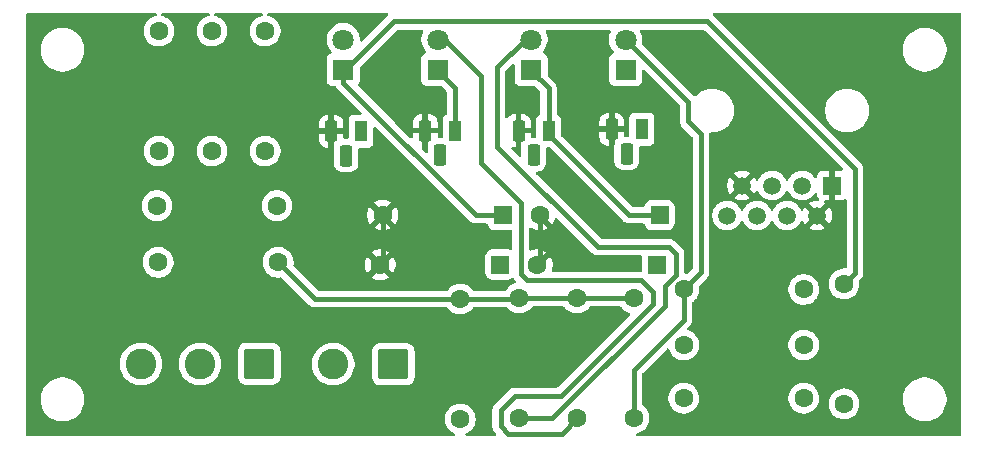
<source format=gbr>
%TF.GenerationSoftware,KiCad,Pcbnew,9.0.2*%
%TF.CreationDate,2025-06-16T13:38:08+02:00*%
%TF.ProjectId,wli,776c692e-6b69-4636-9164-5f7063625858,rev?*%
%TF.SameCoordinates,Original*%
%TF.FileFunction,Copper,L1,Top*%
%TF.FilePolarity,Positive*%
%FSLAX46Y46*%
G04 Gerber Fmt 4.6, Leading zero omitted, Abs format (unit mm)*
G04 Created by KiCad (PCBNEW 9.0.2) date 2025-06-16 13:38:08*
%MOMM*%
%LPD*%
G01*
G04 APERTURE LIST*
G04 Aperture macros list*
%AMRoundRect*
0 Rectangle with rounded corners*
0 $1 Rounding radius*
0 $2 $3 $4 $5 $6 $7 $8 $9 X,Y pos of 4 corners*
0 Add a 4 corners polygon primitive as box body*
4,1,4,$2,$3,$4,$5,$6,$7,$8,$9,$2,$3,0*
0 Add four circle primitives for the rounded corners*
1,1,$1+$1,$2,$3*
1,1,$1+$1,$4,$5*
1,1,$1+$1,$6,$7*
1,1,$1+$1,$8,$9*
0 Add four rect primitives between the rounded corners*
20,1,$1+$1,$2,$3,$4,$5,0*
20,1,$1+$1,$4,$5,$6,$7,0*
20,1,$1+$1,$6,$7,$8,$9,0*
20,1,$1+$1,$8,$9,$2,$3,0*%
G04 Aperture macros list end*
%TA.AperFunction,ComponentPad*%
%ADD10R,1.100000X1.800000*%
%TD*%
%TA.AperFunction,ComponentPad*%
%ADD11RoundRect,0.275000X0.275000X0.625000X-0.275000X0.625000X-0.275000X-0.625000X0.275000X-0.625000X0*%
%TD*%
%TA.AperFunction,ComponentPad*%
%ADD12C,1.600000*%
%TD*%
%TA.AperFunction,ComponentPad*%
%ADD13RoundRect,0.250000X0.550000X0.550000X-0.550000X0.550000X-0.550000X-0.550000X0.550000X-0.550000X0*%
%TD*%
%TA.AperFunction,ComponentPad*%
%ADD14R,1.800000X1.800000*%
%TD*%
%TA.AperFunction,ComponentPad*%
%ADD15C,1.800000*%
%TD*%
%TA.AperFunction,ComponentPad*%
%ADD16RoundRect,0.250000X1.050000X1.050000X-1.050000X1.050000X-1.050000X-1.050000X1.050000X-1.050000X0*%
%TD*%
%TA.AperFunction,ComponentPad*%
%ADD17C,2.600000*%
%TD*%
%TA.AperFunction,ComponentPad*%
%ADD18R,1.500000X1.500000*%
%TD*%
%TA.AperFunction,ComponentPad*%
%ADD19C,1.500000*%
%TD*%
%TA.AperFunction,Conductor*%
%ADD20C,0.400000*%
%TD*%
G04 APERTURE END LIST*
D10*
%TO.P,Q4,1,C*%
%TO.N,Net-(D10-K)*%
X165750000Y-101840000D03*
D11*
%TO.P,Q4,2,B*%
%TO.N,Net-(Q4-B)*%
X164480000Y-103910000D03*
%TO.P,Q4,3,E*%
%TO.N,GNDREF*%
X163210000Y-101840000D03*
%TD*%
D10*
%TO.P,Q3,1,C*%
%TO.N,Net-(D3-K)*%
X157850000Y-101940000D03*
D11*
%TO.P,Q3,2,B*%
%TO.N,Net-(Q3-B)*%
X156580000Y-104010000D03*
%TO.P,Q3,3,E*%
%TO.N,GNDREF*%
X155310000Y-101940000D03*
%TD*%
D10*
%TO.P,Q2,1,C*%
%TO.N,Net-(D2-K)*%
X149950000Y-101940000D03*
D11*
%TO.P,Q2,2,B*%
%TO.N,Net-(Q2-B)*%
X148680000Y-104010000D03*
%TO.P,Q2,3,E*%
%TO.N,GNDREF*%
X147410000Y-101940000D03*
%TD*%
D10*
%TO.P,Q1,1,C*%
%TO.N,Net-(D1-K)*%
X141980000Y-102000000D03*
D11*
%TO.P,Q1,2,B*%
%TO.N,Net-(Q1-B)*%
X140710000Y-104070000D03*
%TO.P,Q1,3,E*%
%TO.N,GNDREF*%
X139440000Y-102000000D03*
%TD*%
D12*
%TO.P,R12,1*%
%TO.N,+5V*%
X165080000Y-116120000D03*
%TO.P,R12,2*%
%TO.N,Net-(D4-A)*%
X165080000Y-126280000D03*
%TD*%
D13*
%TO.P,D7,1,K*%
%TO.N,Net-(D1-K)*%
X153960000Y-109100000D03*
D12*
%TO.P,D7,2,A*%
%TO.N,GNDREF*%
X143800000Y-109100000D03*
%TD*%
%TO.P,R10,1*%
%TO.N,Net-(D3-A)*%
X169300000Y-120100000D03*
%TO.P,R10,2*%
%TO.N,Net-(D3-K)*%
X179460000Y-120100000D03*
%TD*%
%TO.P,R8,1*%
%TO.N,Net-(J2-Pin_2)*%
X129360000Y-103680000D03*
%TO.P,R8,2*%
%TO.N,Net-(Q3-B)*%
X129360000Y-93520000D03*
%TD*%
%TO.P,R9,1*%
%TO.N,+5V*%
X155380000Y-116120000D03*
%TO.P,R9,2*%
%TO.N,Net-(D3-A)*%
X155380000Y-126280000D03*
%TD*%
D14*
%TO.P,D1,1,K*%
%TO.N,Net-(D1-K)*%
X140480000Y-96775000D03*
D15*
%TO.P,D1,2,A*%
%TO.N,Net-(D1-A)*%
X140480000Y-94235000D03*
%TD*%
D14*
%TO.P,D3,1,K*%
%TO.N,Net-(D3-K)*%
X156380000Y-96775000D03*
D15*
%TO.P,D3,2,A*%
%TO.N,Net-(D3-A)*%
X156380000Y-94235000D03*
%TD*%
D12*
%TO.P,R2,1*%
%TO.N,+5V*%
X150380000Y-116200000D03*
%TO.P,R2,2*%
%TO.N,Net-(D1-A)*%
X150380000Y-126360000D03*
%TD*%
%TO.P,R6,1*%
%TO.N,+5V*%
X160280000Y-116120000D03*
%TO.P,R6,2*%
%TO.N,Net-(D2-A)*%
X160280000Y-126280000D03*
%TD*%
%TO.P,R7,1*%
%TO.N,Net-(D2-A)*%
X169300000Y-124600000D03*
%TO.P,R7,2*%
%TO.N,Net-(D2-K)*%
X179460000Y-124600000D03*
%TD*%
%TO.P,R11,1*%
%TO.N,Net-(J2-Pin_1)*%
X133860000Y-103680000D03*
%TO.P,R11,2*%
%TO.N,Net-(Q4-B)*%
X133860000Y-93520000D03*
%TD*%
D16*
%TO.P,J2,1,Pin_1*%
%TO.N,Net-(J2-Pin_1)*%
X144705000Y-121727500D03*
D17*
%TO.P,J2,2,Pin_2*%
%TO.N,Net-(J2-Pin_2)*%
X139625000Y-121727500D03*
%TD*%
D18*
%TO.P,J3,1*%
%TO.N,GNDREF*%
X181862500Y-106600000D03*
D19*
%TO.P,J3,2*%
X180592500Y-109140000D03*
%TO.P,J3,3*%
%TO.N,Net-(D1-K)*%
X179322500Y-106600000D03*
%TO.P,J3,4*%
%TO.N,Net-(D2-K)*%
X178052500Y-109140000D03*
%TO.P,J3,5*%
%TO.N,Net-(D3-K)*%
X176782500Y-106600000D03*
%TO.P,J3,6*%
%TO.N,Net-(D10-K)*%
X175512500Y-109140000D03*
%TO.P,J3,7*%
%TO.N,GNDREF*%
X174242500Y-106600000D03*
%TO.P,J3,8*%
%TO.N,+5V*%
X172972500Y-109140000D03*
%TD*%
D12*
%TO.P,R1,1*%
%TO.N,Net-(D1-A)*%
X182880000Y-125080000D03*
%TO.P,R1,2*%
%TO.N,Net-(D1-K)*%
X182880000Y-114920000D03*
%TD*%
D13*
%TO.P,D9,1,K*%
%TO.N,Net-(D3-K)*%
X167260000Y-109100000D03*
D12*
%TO.P,D9,2,A*%
%TO.N,GNDREF*%
X157100000Y-109100000D03*
%TD*%
D16*
%TO.P,J1,1,Pin_1*%
%TO.N,Net-(J1-Pin_1)*%
X133360000Y-121700000D03*
D17*
%TO.P,J1,2,Pin_2*%
%TO.N,Net-(J1-Pin_2)*%
X128360000Y-121700000D03*
%TO.P,J1,3,Pin_3*%
%TO.N,Net-(J1-Pin_3)*%
X123360000Y-121700000D03*
%TD*%
D13*
%TO.P,D10,1,K*%
%TO.N,Net-(D10-K)*%
X167060000Y-113300000D03*
D12*
%TO.P,D10,2,A*%
%TO.N,GNDREF*%
X156900000Y-113300000D03*
%TD*%
%TO.P,R5,1*%
%TO.N,Net-(J1-Pin_1)*%
X124880000Y-103680000D03*
%TO.P,R5,2*%
%TO.N,Net-(Q2-B)*%
X124880000Y-93520000D03*
%TD*%
D14*
%TO.P,D4,1,K*%
%TO.N,Net-(D10-K)*%
X164380000Y-96775000D03*
D15*
%TO.P,D4,2,A*%
%TO.N,Net-(D4-A)*%
X164380000Y-94235000D03*
%TD*%
D13*
%TO.P,D8,1,K*%
%TO.N,Net-(D2-K)*%
X153760000Y-113300000D03*
D12*
%TO.P,D8,2,A*%
%TO.N,GNDREF*%
X143600000Y-113300000D03*
%TD*%
%TO.P,R4,1*%
%TO.N,Net-(J1-Pin_3)*%
X124800000Y-113100000D03*
%TO.P,R4,2*%
%TO.N,+5V*%
X134960000Y-113100000D03*
%TD*%
%TO.P,R13,1*%
%TO.N,Net-(D4-A)*%
X169300000Y-115400000D03*
%TO.P,R13,2*%
%TO.N,Net-(D10-K)*%
X179460000Y-115400000D03*
%TD*%
%TO.P,R3,1*%
%TO.N,Net-(J1-Pin_2)*%
X124700000Y-108300000D03*
%TO.P,R3,2*%
%TO.N,Net-(Q1-B)*%
X134860000Y-108300000D03*
%TD*%
D14*
%TO.P,D2,1,K*%
%TO.N,Net-(D2-K)*%
X148480000Y-96775000D03*
D15*
%TO.P,D2,2,A*%
%TO.N,Net-(D2-A)*%
X148480000Y-94235000D03*
%TD*%
D20*
%TO.N,Net-(D3-A)*%
X158180000Y-126280000D02*
X155380000Y-126280000D01*
X167700000Y-116760000D02*
X158180000Y-126280000D01*
X167700000Y-115100000D02*
X167700000Y-116760000D01*
X168660000Y-114140000D02*
X167700000Y-115100000D01*
X168660000Y-112400000D02*
X168660000Y-114140000D01*
X168060000Y-111800000D02*
X168660000Y-112400000D01*
X153500000Y-103300000D02*
X162000000Y-111800000D01*
X153500000Y-96600000D02*
X153500000Y-103300000D01*
X155865000Y-94235000D02*
X153500000Y-96600000D01*
X162000000Y-111800000D02*
X168060000Y-111800000D01*
X156380000Y-94235000D02*
X155865000Y-94235000D01*
X156380000Y-94335000D02*
X156380000Y-94235000D01*
%TO.N,Net-(D2-A)*%
X154400000Y-127600000D02*
X158960000Y-127600000D01*
X153800000Y-127000000D02*
X154400000Y-127600000D01*
X153800000Y-125600000D02*
X153800000Y-127000000D01*
X155000000Y-124400000D02*
X153800000Y-125600000D01*
X158900000Y-124400000D02*
X155000000Y-124400000D01*
X166700000Y-116600000D02*
X158900000Y-124400000D01*
X166700000Y-115600000D02*
X166700000Y-116600000D01*
X156000000Y-114600000D02*
X165700000Y-114600000D01*
X155500000Y-108100000D02*
X155500000Y-114100000D01*
X152100000Y-97300000D02*
X152100000Y-104700000D01*
X155500000Y-114100000D02*
X156000000Y-114600000D01*
X149135000Y-94335000D02*
X152100000Y-97300000D01*
X165700000Y-114600000D02*
X166700000Y-115600000D01*
X148480000Y-94335000D02*
X149135000Y-94335000D01*
X152100000Y-104700000D02*
X155500000Y-108100000D01*
X158960000Y-127600000D02*
X160280000Y-126280000D01*
%TO.N,Net-(D1-K)*%
X151700000Y-109100000D02*
X153960000Y-109100000D01*
X140480000Y-96975000D02*
X140480000Y-97880000D01*
X144755000Y-92700000D02*
X140480000Y-96975000D01*
X183800000Y-105200000D02*
X171300000Y-92700000D01*
X171300000Y-92700000D02*
X144755000Y-92700000D01*
X183800000Y-114000000D02*
X183800000Y-105200000D01*
X140480000Y-97880000D02*
X151700000Y-109100000D01*
X182880000Y-114920000D02*
X183800000Y-114000000D01*
%TO.N,Net-(D2-K)*%
X149950000Y-98345000D02*
X149950000Y-102340000D01*
X148480000Y-96875000D02*
X149950000Y-98345000D01*
%TO.N,Net-(D3-K)*%
X157900000Y-102340000D02*
X164660000Y-109100000D01*
X157850000Y-98345000D02*
X157850000Y-102340000D01*
X157850000Y-102340000D02*
X157900000Y-102340000D01*
X156380000Y-96875000D02*
X157850000Y-98345000D01*
X164660000Y-109100000D02*
X167260000Y-109100000D01*
%TO.N,Net-(D4-A)*%
X164380000Y-94235000D02*
X169651500Y-99506500D01*
X170760000Y-102208052D02*
X170760000Y-113940000D01*
X165080000Y-122180000D02*
X165080000Y-126280000D01*
X169300000Y-115400000D02*
X169300000Y-117960000D01*
X169651500Y-99506500D02*
X169651500Y-101099552D01*
X169651500Y-101099552D02*
X170760000Y-102208052D01*
X169300000Y-117960000D02*
X165080000Y-122180000D01*
X170760000Y-113940000D02*
X169300000Y-115400000D01*
%TO.N,GNDREF*%
X157100000Y-109100000D02*
X157100000Y-113100000D01*
X157100000Y-113100000D02*
X156900000Y-113300000D01*
X143800000Y-109100000D02*
X143800000Y-113100000D01*
%TO.N,+5V*%
X160280000Y-116120000D02*
X165080000Y-116120000D01*
X150380000Y-116200000D02*
X155300000Y-116200000D01*
X134960000Y-113100000D02*
X138060000Y-116200000D01*
X155380000Y-116120000D02*
X160280000Y-116120000D01*
X155300000Y-116200000D02*
X155380000Y-116120000D01*
X138060000Y-116200000D02*
X150380000Y-116200000D01*
%TD*%
%TA.AperFunction,Conductor*%
%TO.N,GNDREF*%
G36*
X124651833Y-92020185D02*
G01*
X124697588Y-92072989D01*
X124707532Y-92142147D01*
X124678507Y-92205703D01*
X124619729Y-92243477D01*
X124604192Y-92246973D01*
X124575465Y-92251522D01*
X124380776Y-92314781D01*
X124198386Y-92407715D01*
X124032786Y-92528028D01*
X123888028Y-92672786D01*
X123767715Y-92838386D01*
X123674781Y-93020776D01*
X123611522Y-93215465D01*
X123579500Y-93417648D01*
X123579500Y-93622351D01*
X123611522Y-93824534D01*
X123674781Y-94019223D01*
X123767715Y-94201613D01*
X123888028Y-94367213D01*
X124032786Y-94511971D01*
X124152205Y-94598732D01*
X124198390Y-94632287D01*
X124314607Y-94691503D01*
X124380776Y-94725218D01*
X124380778Y-94725218D01*
X124380781Y-94725220D01*
X124485137Y-94759127D01*
X124575465Y-94788477D01*
X124676557Y-94804488D01*
X124777648Y-94820500D01*
X124777649Y-94820500D01*
X124982351Y-94820500D01*
X124982352Y-94820500D01*
X125184534Y-94788477D01*
X125379219Y-94725220D01*
X125561610Y-94632287D01*
X125657044Y-94562951D01*
X125727213Y-94511971D01*
X125727215Y-94511968D01*
X125727219Y-94511966D01*
X125871966Y-94367219D01*
X125871968Y-94367215D01*
X125871971Y-94367213D01*
X125935490Y-94279785D01*
X125992287Y-94201610D01*
X126085220Y-94019219D01*
X126148477Y-93824534D01*
X126180500Y-93622352D01*
X126180500Y-93417648D01*
X126148477Y-93215466D01*
X126085220Y-93020781D01*
X126085218Y-93020778D01*
X126085218Y-93020776D01*
X126042584Y-92937103D01*
X125992287Y-92838390D01*
X125984556Y-92827749D01*
X125871971Y-92672786D01*
X125727213Y-92528028D01*
X125561613Y-92407715D01*
X125561612Y-92407714D01*
X125561610Y-92407713D01*
X125504653Y-92378691D01*
X125379223Y-92314781D01*
X125184534Y-92251522D01*
X125155808Y-92246973D01*
X125092673Y-92217044D01*
X125055742Y-92157732D01*
X125056740Y-92087869D01*
X125095350Y-92029637D01*
X125159314Y-92001523D01*
X125175206Y-92000500D01*
X129064794Y-92000500D01*
X129131833Y-92020185D01*
X129177588Y-92072989D01*
X129187532Y-92142147D01*
X129158507Y-92205703D01*
X129099729Y-92243477D01*
X129084192Y-92246973D01*
X129055465Y-92251522D01*
X128860776Y-92314781D01*
X128678386Y-92407715D01*
X128512786Y-92528028D01*
X128368028Y-92672786D01*
X128247715Y-92838386D01*
X128154781Y-93020776D01*
X128091522Y-93215465D01*
X128059500Y-93417648D01*
X128059500Y-93622351D01*
X128091522Y-93824534D01*
X128154781Y-94019223D01*
X128247715Y-94201613D01*
X128368028Y-94367213D01*
X128512786Y-94511971D01*
X128632205Y-94598732D01*
X128678390Y-94632287D01*
X128794607Y-94691503D01*
X128860776Y-94725218D01*
X128860778Y-94725218D01*
X128860781Y-94725220D01*
X128965137Y-94759127D01*
X129055465Y-94788477D01*
X129156557Y-94804488D01*
X129257648Y-94820500D01*
X129257649Y-94820500D01*
X129462351Y-94820500D01*
X129462352Y-94820500D01*
X129664534Y-94788477D01*
X129859219Y-94725220D01*
X130041610Y-94632287D01*
X130137044Y-94562951D01*
X130207213Y-94511971D01*
X130207215Y-94511968D01*
X130207219Y-94511966D01*
X130351966Y-94367219D01*
X130351968Y-94367215D01*
X130351971Y-94367213D01*
X130415490Y-94279785D01*
X130472287Y-94201610D01*
X130565220Y-94019219D01*
X130628477Y-93824534D01*
X130660500Y-93622352D01*
X130660500Y-93417648D01*
X130628477Y-93215466D01*
X130565220Y-93020781D01*
X130565218Y-93020778D01*
X130565218Y-93020776D01*
X130522584Y-92937103D01*
X130472287Y-92838390D01*
X130464556Y-92827749D01*
X130351971Y-92672786D01*
X130207213Y-92528028D01*
X130041613Y-92407715D01*
X130041612Y-92407714D01*
X130041610Y-92407713D01*
X129984653Y-92378691D01*
X129859223Y-92314781D01*
X129664534Y-92251522D01*
X129635808Y-92246973D01*
X129572673Y-92217044D01*
X129535742Y-92157732D01*
X129536740Y-92087869D01*
X129575350Y-92029637D01*
X129639314Y-92001523D01*
X129655206Y-92000500D01*
X133564794Y-92000500D01*
X133631833Y-92020185D01*
X133677588Y-92072989D01*
X133687532Y-92142147D01*
X133658507Y-92205703D01*
X133599729Y-92243477D01*
X133584192Y-92246973D01*
X133555465Y-92251522D01*
X133360776Y-92314781D01*
X133178386Y-92407715D01*
X133012786Y-92528028D01*
X132868028Y-92672786D01*
X132747715Y-92838386D01*
X132654781Y-93020776D01*
X132591522Y-93215465D01*
X132559500Y-93417648D01*
X132559500Y-93622351D01*
X132591522Y-93824534D01*
X132654781Y-94019223D01*
X132747715Y-94201613D01*
X132868028Y-94367213D01*
X133012786Y-94511971D01*
X133132205Y-94598732D01*
X133178390Y-94632287D01*
X133294607Y-94691503D01*
X133360776Y-94725218D01*
X133360778Y-94725218D01*
X133360781Y-94725220D01*
X133465137Y-94759127D01*
X133555465Y-94788477D01*
X133656557Y-94804488D01*
X133757648Y-94820500D01*
X133757649Y-94820500D01*
X133962351Y-94820500D01*
X133962352Y-94820500D01*
X134164534Y-94788477D01*
X134359219Y-94725220D01*
X134541610Y-94632287D01*
X134637044Y-94562951D01*
X134707213Y-94511971D01*
X134707215Y-94511968D01*
X134707219Y-94511966D01*
X134851966Y-94367219D01*
X134851968Y-94367215D01*
X134851971Y-94367213D01*
X134915490Y-94279785D01*
X134972287Y-94201610D01*
X135065220Y-94019219D01*
X135128477Y-93824534D01*
X135160500Y-93622352D01*
X135160500Y-93417648D01*
X135128477Y-93215466D01*
X135065220Y-93020781D01*
X135065218Y-93020778D01*
X135065218Y-93020776D01*
X135022584Y-92937103D01*
X134972287Y-92838390D01*
X134964556Y-92827749D01*
X134851971Y-92672786D01*
X134707213Y-92528028D01*
X134541613Y-92407715D01*
X134541612Y-92407714D01*
X134541610Y-92407713D01*
X134484653Y-92378691D01*
X134359223Y-92314781D01*
X134164534Y-92251522D01*
X134135808Y-92246973D01*
X134072673Y-92217044D01*
X134035742Y-92157732D01*
X134036740Y-92087869D01*
X134075350Y-92029637D01*
X134139314Y-92001523D01*
X134155206Y-92000500D01*
X144164480Y-92000500D01*
X144231519Y-92020185D01*
X144277274Y-92072989D01*
X144287218Y-92142147D01*
X144258193Y-92205703D01*
X144252161Y-92212181D01*
X142092181Y-94372161D01*
X142030858Y-94405646D01*
X141961166Y-94400662D01*
X141905233Y-94358790D01*
X141880816Y-94293326D01*
X141880500Y-94284480D01*
X141880500Y-94124778D01*
X141868725Y-94050434D01*
X141846015Y-93907049D01*
X141811955Y-93802221D01*
X141777896Y-93697396D01*
X141777895Y-93697393D01*
X141739658Y-93622351D01*
X141677815Y-93500978D01*
X141631168Y-93436773D01*
X141548247Y-93322641D01*
X141548243Y-93322636D01*
X141392363Y-93166756D01*
X141392358Y-93166752D01*
X141214025Y-93037187D01*
X141214024Y-93037186D01*
X141214022Y-93037185D01*
X141151096Y-93005122D01*
X141017606Y-92937104D01*
X141017603Y-92937103D01*
X140807952Y-92868985D01*
X140614782Y-92838390D01*
X140590222Y-92834500D01*
X140369778Y-92834500D01*
X140345218Y-92838390D01*
X140152047Y-92868985D01*
X139942396Y-92937103D01*
X139942393Y-92937104D01*
X139745974Y-93037187D01*
X139567641Y-93166752D01*
X139567636Y-93166756D01*
X139411756Y-93322636D01*
X139411752Y-93322641D01*
X139282187Y-93500974D01*
X139182104Y-93697393D01*
X139182103Y-93697396D01*
X139113985Y-93907047D01*
X139079500Y-94124778D01*
X139079500Y-94345221D01*
X139113985Y-94562952D01*
X139182103Y-94772603D01*
X139182104Y-94772606D01*
X139282187Y-94969025D01*
X139411752Y-95147358D01*
X139411756Y-95147363D01*
X139461928Y-95197535D01*
X139495413Y-95258858D01*
X139490429Y-95328550D01*
X139448557Y-95384483D01*
X139417581Y-95401398D01*
X139337669Y-95431203D01*
X139337664Y-95431206D01*
X139222455Y-95517452D01*
X139222452Y-95517455D01*
X139136206Y-95632664D01*
X139136202Y-95632671D01*
X139085908Y-95767517D01*
X139079501Y-95827116D01*
X139079501Y-95827123D01*
X139079500Y-95827135D01*
X139079500Y-97722870D01*
X139079501Y-97722876D01*
X139085908Y-97782483D01*
X139136202Y-97917328D01*
X139136206Y-97917335D01*
X139222452Y-98032544D01*
X139222455Y-98032547D01*
X139337664Y-98118793D01*
X139337671Y-98118797D01*
X139382618Y-98135561D01*
X139472517Y-98169091D01*
X139532127Y-98175500D01*
X139768681Y-98175499D01*
X139835721Y-98195183D01*
X139871784Y-98230608D01*
X139935885Y-98326542D01*
X139935888Y-98326546D01*
X141997162Y-100387819D01*
X142030647Y-100449142D01*
X142025663Y-100518834D01*
X141983791Y-100574767D01*
X141918327Y-100599184D01*
X141909481Y-100599500D01*
X141382129Y-100599500D01*
X141382123Y-100599501D01*
X141322516Y-100605908D01*
X141187671Y-100656202D01*
X141187664Y-100656206D01*
X141072455Y-100742452D01*
X141072452Y-100742455D01*
X140986206Y-100857664D01*
X140986202Y-100857671D01*
X140935908Y-100992517D01*
X140929501Y-101052116D01*
X140929500Y-101052135D01*
X140929501Y-102545500D01*
X140926950Y-102554185D01*
X140928239Y-102563147D01*
X140917260Y-102587187D01*
X140909816Y-102612539D01*
X140902975Y-102618466D01*
X140899214Y-102626703D01*
X140876981Y-102640990D01*
X140857013Y-102658294D01*
X140846497Y-102660581D01*
X140840436Y-102664477D01*
X140805501Y-102669500D01*
X140614000Y-102669500D01*
X140546961Y-102649815D01*
X140501206Y-102597011D01*
X140490000Y-102545500D01*
X140490000Y-102250000D01*
X139786410Y-102250000D01*
X139740075Y-102169745D01*
X139670255Y-102099925D01*
X139584745Y-102050556D01*
X139489370Y-102025000D01*
X139390630Y-102025000D01*
X139295255Y-102050556D01*
X139209745Y-102099925D01*
X139139925Y-102169745D01*
X139093590Y-102250000D01*
X138390000Y-102250000D01*
X138390000Y-102668530D01*
X138404648Y-102798539D01*
X138462330Y-102963386D01*
X138555246Y-103111262D01*
X138678737Y-103234753D01*
X138826613Y-103327669D01*
X138991460Y-103385351D01*
X139121469Y-103399999D01*
X139121473Y-103400000D01*
X139190000Y-103400000D01*
X139190000Y-102680330D01*
X139209745Y-102700075D01*
X139295255Y-102749444D01*
X139390630Y-102775000D01*
X139489370Y-102775000D01*
X139584745Y-102749444D01*
X139670255Y-102700075D01*
X139690000Y-102680330D01*
X139690000Y-103205001D01*
X139683042Y-103245955D01*
X139674159Y-103271340D01*
X139674157Y-103271348D01*
X139659500Y-103401441D01*
X139659500Y-104738558D01*
X139674157Y-104868648D01*
X139674159Y-104868658D01*
X139713295Y-104980500D01*
X139731878Y-105033606D01*
X139824853Y-105181576D01*
X139948424Y-105305147D01*
X140096394Y-105398122D01*
X140261343Y-105455841D01*
X140261349Y-105455841D01*
X140261351Y-105455842D01*
X140302750Y-105460506D01*
X140391442Y-105470499D01*
X140391445Y-105470500D01*
X140391448Y-105470500D01*
X141028555Y-105470500D01*
X141028556Y-105470499D01*
X141158657Y-105455841D01*
X141323606Y-105398122D01*
X141471576Y-105305147D01*
X141595147Y-105181576D01*
X141688122Y-105033606D01*
X141745841Y-104868657D01*
X141760500Y-104738552D01*
X141760500Y-103524499D01*
X141780185Y-103457460D01*
X141832989Y-103411705D01*
X141884500Y-103400499D01*
X142577871Y-103400499D01*
X142577872Y-103400499D01*
X142637483Y-103394091D01*
X142772331Y-103343796D01*
X142887546Y-103257546D01*
X142973796Y-103142331D01*
X143024091Y-103007483D01*
X143030500Y-102947873D01*
X143030499Y-101720517D01*
X143050184Y-101653479D01*
X143102987Y-101607724D01*
X143172146Y-101597780D01*
X143235702Y-101626805D01*
X143242180Y-101632837D01*
X151253453Y-109644111D01*
X151253454Y-109644112D01*
X151368190Y-109720776D01*
X151466790Y-109761617D01*
X151495671Y-109773580D01*
X151495672Y-109773580D01*
X151495677Y-109773582D01*
X151522545Y-109778925D01*
X151522551Y-109778926D01*
X151522591Y-109778934D01*
X151605384Y-109795403D01*
X151631006Y-109800500D01*
X151631007Y-109800500D01*
X152579699Y-109800500D01*
X152646738Y-109820185D01*
X152692493Y-109872989D01*
X152697403Y-109885492D01*
X152725186Y-109969334D01*
X152817288Y-110118656D01*
X152941344Y-110242712D01*
X153090666Y-110334814D01*
X153257203Y-110389999D01*
X153359991Y-110400500D01*
X154560008Y-110400499D01*
X154662797Y-110389999D01*
X154662799Y-110389998D01*
X154662898Y-110389988D01*
X154731591Y-110402757D01*
X154782475Y-110450638D01*
X154799500Y-110513346D01*
X154799500Y-111949895D01*
X154779815Y-112016934D01*
X154727011Y-112062689D01*
X154657853Y-112072633D01*
X154636573Y-112066297D01*
X154636189Y-112067458D01*
X154629335Y-112065187D01*
X154629334Y-112065186D01*
X154462797Y-112010001D01*
X154462795Y-112010000D01*
X154360010Y-111999500D01*
X153159998Y-111999500D01*
X153159981Y-111999501D01*
X153057203Y-112010000D01*
X153057200Y-112010001D01*
X152890668Y-112065185D01*
X152890663Y-112065187D01*
X152741342Y-112157289D01*
X152617289Y-112281342D01*
X152525187Y-112430663D01*
X152525185Y-112430668D01*
X152502045Y-112500500D01*
X152470001Y-112597203D01*
X152470001Y-112597204D01*
X152470000Y-112597204D01*
X152459500Y-112699983D01*
X152459500Y-113900001D01*
X152459501Y-113900018D01*
X152470000Y-114002796D01*
X152470001Y-114002799D01*
X152516898Y-114144322D01*
X152525186Y-114169334D01*
X152617288Y-114318656D01*
X152741344Y-114442712D01*
X152890666Y-114534814D01*
X153057203Y-114589999D01*
X153159991Y-114600500D01*
X154360008Y-114600499D01*
X154462797Y-114589999D01*
X154629334Y-114534814D01*
X154753262Y-114458374D01*
X154820653Y-114439934D01*
X154887317Y-114460856D01*
X154921460Y-114495022D01*
X154955884Y-114546541D01*
X154955885Y-114546542D01*
X154955886Y-114546543D01*
X155072317Y-114662974D01*
X155105801Y-114724295D01*
X155100817Y-114793987D01*
X155058946Y-114849921D01*
X155022954Y-114868585D01*
X154880776Y-114914781D01*
X154698386Y-115007715D01*
X154532786Y-115128028D01*
X154388028Y-115272786D01*
X154267716Y-115438383D01*
X154266548Y-115440291D01*
X154265915Y-115440863D01*
X154264849Y-115442331D01*
X154264540Y-115442107D01*
X154214735Y-115487166D01*
X154160821Y-115499500D01*
X151541744Y-115499500D01*
X151474705Y-115479815D01*
X151441425Y-115448384D01*
X151437027Y-115442331D01*
X151420236Y-115419219D01*
X151371969Y-115352784D01*
X151227213Y-115208028D01*
X151061613Y-115087715D01*
X151061612Y-115087714D01*
X151061610Y-115087713D01*
X151004653Y-115058691D01*
X150879223Y-114994781D01*
X150684534Y-114931522D01*
X150509995Y-114903878D01*
X150482352Y-114899500D01*
X150277648Y-114899500D01*
X150253329Y-114903351D01*
X150075465Y-114931522D01*
X149880776Y-114994781D01*
X149698386Y-115087715D01*
X149532786Y-115208028D01*
X149388030Y-115352784D01*
X149339764Y-115419219D01*
X149322973Y-115442331D01*
X149318575Y-115448384D01*
X149263245Y-115491051D01*
X149218256Y-115499500D01*
X138401519Y-115499500D01*
X138334480Y-115479815D01*
X138313838Y-115463181D01*
X136276805Y-113426148D01*
X136274805Y-113422486D01*
X136271282Y-113420253D01*
X136258204Y-113392082D01*
X136243320Y-113364825D01*
X136243116Y-113359584D01*
X136241861Y-113356880D01*
X136241968Y-113330050D01*
X136241640Y-113321587D01*
X136241808Y-113320359D01*
X136260500Y-113202352D01*
X136260500Y-113197682D01*
X142300000Y-113197682D01*
X142300000Y-113402317D01*
X142332009Y-113604417D01*
X142395244Y-113799031D01*
X142488141Y-113981350D01*
X142488147Y-113981359D01*
X142520523Y-114025921D01*
X142520524Y-114025922D01*
X143200000Y-113346446D01*
X143200000Y-113352661D01*
X143227259Y-113454394D01*
X143279920Y-113545606D01*
X143354394Y-113620080D01*
X143445606Y-113672741D01*
X143547339Y-113700000D01*
X143553553Y-113700000D01*
X142874076Y-114379474D01*
X142918650Y-114411859D01*
X143100968Y-114504755D01*
X143295582Y-114567990D01*
X143497683Y-114600000D01*
X143702317Y-114600000D01*
X143904417Y-114567990D01*
X144099031Y-114504755D01*
X144281349Y-114411859D01*
X144325921Y-114379474D01*
X143646447Y-113700000D01*
X143652661Y-113700000D01*
X143754394Y-113672741D01*
X143845606Y-113620080D01*
X143920080Y-113545606D01*
X143972741Y-113454394D01*
X144000000Y-113352661D01*
X144000000Y-113346448D01*
X144679474Y-114025922D01*
X144679474Y-114025921D01*
X144711859Y-113981349D01*
X144804755Y-113799031D01*
X144867990Y-113604417D01*
X144900000Y-113402317D01*
X144900000Y-113197682D01*
X144867990Y-112995582D01*
X144804755Y-112800968D01*
X144711859Y-112618650D01*
X144679474Y-112574077D01*
X144679474Y-112574076D01*
X144000000Y-113253551D01*
X144000000Y-113247339D01*
X143972741Y-113145606D01*
X143920080Y-113054394D01*
X143845606Y-112979920D01*
X143754394Y-112927259D01*
X143652661Y-112900000D01*
X143646446Y-112900000D01*
X144325922Y-112220524D01*
X144325921Y-112220523D01*
X144281359Y-112188147D01*
X144281350Y-112188141D01*
X144099031Y-112095244D01*
X143904417Y-112032009D01*
X143702317Y-112000000D01*
X143497683Y-112000000D01*
X143295582Y-112032009D01*
X143100968Y-112095244D01*
X142918644Y-112188143D01*
X142874077Y-112220523D01*
X142874077Y-112220524D01*
X143553554Y-112900000D01*
X143547339Y-112900000D01*
X143445606Y-112927259D01*
X143354394Y-112979920D01*
X143279920Y-113054394D01*
X143227259Y-113145606D01*
X143200000Y-113247339D01*
X143200000Y-113253553D01*
X142520524Y-112574077D01*
X142520523Y-112574077D01*
X142488143Y-112618644D01*
X142395244Y-112800968D01*
X142332009Y-112995582D01*
X142300000Y-113197682D01*
X136260500Y-113197682D01*
X136260500Y-112997648D01*
X136245034Y-112900000D01*
X136228477Y-112795465D01*
X136197453Y-112699983D01*
X136165220Y-112600781D01*
X136165218Y-112600778D01*
X136165218Y-112600776D01*
X136114124Y-112500500D01*
X136072287Y-112418390D01*
X136066829Y-112410878D01*
X136015820Y-112340668D01*
X135951971Y-112252786D01*
X135807213Y-112108028D01*
X135641613Y-111987715D01*
X135641612Y-111987714D01*
X135641610Y-111987713D01*
X135567388Y-111949895D01*
X135459223Y-111894781D01*
X135264534Y-111831522D01*
X135089995Y-111803878D01*
X135062352Y-111799500D01*
X134857648Y-111799500D01*
X134833329Y-111803351D01*
X134655465Y-111831522D01*
X134460776Y-111894781D01*
X134278386Y-111987715D01*
X134112786Y-112108028D01*
X133968028Y-112252786D01*
X133847715Y-112418386D01*
X133754781Y-112600776D01*
X133691522Y-112795465D01*
X133659500Y-112997648D01*
X133659500Y-113202351D01*
X133691522Y-113404534D01*
X133754781Y-113599223D01*
X133847715Y-113781613D01*
X133968028Y-113947213D01*
X134112786Y-114091971D01*
X134254293Y-114194780D01*
X134278390Y-114212287D01*
X134394607Y-114271503D01*
X134460776Y-114305218D01*
X134460778Y-114305218D01*
X134460781Y-114305220D01*
X134565137Y-114339127D01*
X134655465Y-114368477D01*
X134756557Y-114384488D01*
X134857648Y-114400500D01*
X134857649Y-114400500D01*
X135062350Y-114400500D01*
X135062352Y-114400500D01*
X135179068Y-114382013D01*
X135248362Y-114390967D01*
X135286148Y-114416805D01*
X137613453Y-116744111D01*
X137613454Y-116744112D01*
X137728192Y-116820777D01*
X137850930Y-116871616D01*
X137855672Y-116873580D01*
X137855676Y-116873580D01*
X137855677Y-116873581D01*
X137991003Y-116900500D01*
X137991006Y-116900500D01*
X137991007Y-116900500D01*
X149218256Y-116900500D01*
X149285295Y-116920185D01*
X149318574Y-116951615D01*
X149329911Y-116967219D01*
X149388030Y-117047215D01*
X149532786Y-117191971D01*
X149687749Y-117304556D01*
X149698390Y-117312287D01*
X149795182Y-117361605D01*
X149880776Y-117405218D01*
X149880778Y-117405218D01*
X149880781Y-117405220D01*
X149985137Y-117439127D01*
X150075465Y-117468477D01*
X150176557Y-117484488D01*
X150277648Y-117500500D01*
X150277649Y-117500500D01*
X150482351Y-117500500D01*
X150482352Y-117500500D01*
X150684534Y-117468477D01*
X150879219Y-117405220D01*
X151061610Y-117312287D01*
X151154590Y-117244732D01*
X151227213Y-117191971D01*
X151227215Y-117191968D01*
X151227219Y-117191966D01*
X151371966Y-117047219D01*
X151441425Y-116951615D01*
X151496755Y-116908949D01*
X151541744Y-116900500D01*
X154276378Y-116900500D01*
X154343417Y-116920185D01*
X154376696Y-116951615D01*
X154388028Y-116967212D01*
X154388032Y-116967217D01*
X154532786Y-117111971D01*
X154642892Y-117191966D01*
X154698390Y-117232287D01*
X154814607Y-117291503D01*
X154880776Y-117325218D01*
X154880778Y-117325218D01*
X154880781Y-117325220D01*
X154985137Y-117359127D01*
X155075465Y-117388477D01*
X155154803Y-117401043D01*
X155277648Y-117420500D01*
X155277649Y-117420500D01*
X155482351Y-117420500D01*
X155482352Y-117420500D01*
X155684534Y-117388477D01*
X155879219Y-117325220D01*
X156061610Y-117232287D01*
X156154590Y-117164732D01*
X156227213Y-117111971D01*
X156227215Y-117111968D01*
X156227219Y-117111966D01*
X156371966Y-116967219D01*
X156374067Y-116964328D01*
X156420440Y-116900500D01*
X156441425Y-116871615D01*
X156496755Y-116828949D01*
X156541744Y-116820500D01*
X159118256Y-116820500D01*
X159185295Y-116840185D01*
X159218574Y-116871615D01*
X159231863Y-116889906D01*
X159288030Y-116967215D01*
X159432786Y-117111971D01*
X159542892Y-117191966D01*
X159598390Y-117232287D01*
X159714607Y-117291503D01*
X159780776Y-117325218D01*
X159780778Y-117325218D01*
X159780781Y-117325220D01*
X159885137Y-117359127D01*
X159975465Y-117388477D01*
X160054803Y-117401043D01*
X160177648Y-117420500D01*
X160177649Y-117420500D01*
X160382351Y-117420500D01*
X160382352Y-117420500D01*
X160584534Y-117388477D01*
X160779219Y-117325220D01*
X160961610Y-117232287D01*
X161054590Y-117164732D01*
X161127213Y-117111971D01*
X161127215Y-117111968D01*
X161127219Y-117111966D01*
X161271966Y-116967219D01*
X161274067Y-116964328D01*
X161320440Y-116900500D01*
X161341425Y-116871615D01*
X161396755Y-116828949D01*
X161441744Y-116820500D01*
X163918256Y-116820500D01*
X163985295Y-116840185D01*
X164018574Y-116871615D01*
X164031863Y-116889906D01*
X164088030Y-116967215D01*
X164232786Y-117111971D01*
X164342892Y-117191966D01*
X164398390Y-117232287D01*
X164514607Y-117291503D01*
X164580776Y-117325218D01*
X164580778Y-117325218D01*
X164580781Y-117325220D01*
X164658952Y-117350619D01*
X164692762Y-117361605D01*
X164750437Y-117401043D01*
X164777635Y-117465402D01*
X164765720Y-117534248D01*
X164742124Y-117567217D01*
X158646162Y-123663181D01*
X158584839Y-123696666D01*
X158558481Y-123699500D01*
X154931003Y-123699500D01*
X154822590Y-123721065D01*
X154822589Y-123721065D01*
X154795671Y-123726420D01*
X154668190Y-123779224D01*
X154553454Y-123855887D01*
X153255887Y-125153454D01*
X153179223Y-125268192D01*
X153126421Y-125395668D01*
X153126418Y-125395680D01*
X153119038Y-125432782D01*
X153119038Y-125432783D01*
X153099500Y-125531004D01*
X153099500Y-125531007D01*
X153099500Y-126931006D01*
X153099500Y-127068994D01*
X153099500Y-127068996D01*
X153099499Y-127068996D01*
X153126418Y-127204322D01*
X153126421Y-127204332D01*
X153179222Y-127331807D01*
X153255887Y-127446545D01*
X153397161Y-127587819D01*
X153430646Y-127649142D01*
X153425662Y-127718834D01*
X153383790Y-127774767D01*
X153318326Y-127799184D01*
X153309480Y-127799500D01*
X150935917Y-127799500D01*
X150868878Y-127779815D01*
X150823123Y-127727011D01*
X150813179Y-127657853D01*
X150842204Y-127594297D01*
X150879622Y-127565015D01*
X150913705Y-127547648D01*
X151061610Y-127472287D01*
X151154590Y-127404732D01*
X151227213Y-127351971D01*
X151227215Y-127351968D01*
X151227219Y-127351966D01*
X151371966Y-127207219D01*
X151371968Y-127207215D01*
X151371971Y-127207213D01*
X151430093Y-127127213D01*
X151492287Y-127041610D01*
X151585220Y-126859219D01*
X151648477Y-126664534D01*
X151680500Y-126462352D01*
X151680500Y-126257648D01*
X151667829Y-126177648D01*
X151648477Y-126055465D01*
X151598125Y-125900500D01*
X151585220Y-125860781D01*
X151585218Y-125860778D01*
X151585218Y-125860776D01*
X151534690Y-125761610D01*
X151492287Y-125678390D01*
X151484556Y-125667749D01*
X151371971Y-125512786D01*
X151227213Y-125368028D01*
X151061613Y-125247715D01*
X151061612Y-125247714D01*
X151061610Y-125247713D01*
X151004420Y-125218573D01*
X150879223Y-125154781D01*
X150684534Y-125091522D01*
X150509995Y-125063878D01*
X150482352Y-125059500D01*
X150277648Y-125059500D01*
X150263196Y-125061789D01*
X150075465Y-125091522D01*
X149880776Y-125154781D01*
X149698386Y-125247715D01*
X149532786Y-125368028D01*
X149388028Y-125512786D01*
X149267715Y-125678386D01*
X149174781Y-125860776D01*
X149111522Y-126055465D01*
X149079500Y-126257648D01*
X149079500Y-126462351D01*
X149111522Y-126664534D01*
X149174781Y-126859223D01*
X149267715Y-127041613D01*
X149388028Y-127207213D01*
X149532786Y-127351971D01*
X149662956Y-127446543D01*
X149698390Y-127472287D01*
X149832945Y-127540846D01*
X149880378Y-127565015D01*
X149931174Y-127612990D01*
X149947969Y-127680811D01*
X149925431Y-127746946D01*
X149870716Y-127790397D01*
X149824083Y-127799500D01*
X113724500Y-127799500D01*
X113657461Y-127779815D01*
X113611706Y-127727011D01*
X113600500Y-127675500D01*
X113600500Y-124578711D01*
X114849500Y-124578711D01*
X114849500Y-124821288D01*
X114880860Y-125059500D01*
X114881162Y-125061789D01*
X114891535Y-125100500D01*
X114943947Y-125296104D01*
X115006539Y-125447213D01*
X115036776Y-125520212D01*
X115158064Y-125730289D01*
X115158066Y-125730292D01*
X115158067Y-125730293D01*
X115305733Y-125922736D01*
X115305739Y-125922743D01*
X115477256Y-126094260D01*
X115477262Y-126094265D01*
X115669711Y-126241936D01*
X115879788Y-126363224D01*
X116103900Y-126456054D01*
X116338211Y-126518838D01*
X116518586Y-126542584D01*
X116578711Y-126550500D01*
X116578712Y-126550500D01*
X116821289Y-126550500D01*
X116869388Y-126544167D01*
X117061789Y-126518838D01*
X117296100Y-126456054D01*
X117520212Y-126363224D01*
X117730289Y-126241936D01*
X117922738Y-126094265D01*
X118094265Y-125922738D01*
X118241936Y-125730289D01*
X118363224Y-125520212D01*
X118456054Y-125296100D01*
X118518838Y-125061789D01*
X118550500Y-124821288D01*
X118550500Y-124578712D01*
X118518838Y-124338211D01*
X118456054Y-124103900D01*
X118363224Y-123879788D01*
X118241936Y-123669711D01*
X118112096Y-123500500D01*
X118094266Y-123477263D01*
X118094260Y-123477256D01*
X117922743Y-123305739D01*
X117922736Y-123305733D01*
X117730293Y-123158067D01*
X117730292Y-123158066D01*
X117730289Y-123158064D01*
X117520212Y-123036776D01*
X117520205Y-123036773D01*
X117296104Y-122943947D01*
X117061785Y-122881161D01*
X116821289Y-122849500D01*
X116821288Y-122849500D01*
X116578712Y-122849500D01*
X116578711Y-122849500D01*
X116338214Y-122881161D01*
X116103895Y-122943947D01*
X115879794Y-123036773D01*
X115879785Y-123036777D01*
X115669706Y-123158067D01*
X115477263Y-123305733D01*
X115477256Y-123305739D01*
X115305739Y-123477256D01*
X115305733Y-123477263D01*
X115158067Y-123669706D01*
X115036777Y-123879785D01*
X115036773Y-123879794D01*
X114943947Y-124103895D01*
X114881161Y-124338214D01*
X114849500Y-124578711D01*
X113600500Y-124578711D01*
X113600500Y-121581995D01*
X121559500Y-121581995D01*
X121559500Y-121818004D01*
X121559501Y-121818020D01*
X121590306Y-122052010D01*
X121651394Y-122279993D01*
X121741714Y-122498045D01*
X121741719Y-122498056D01*
X121812677Y-122620957D01*
X121859727Y-122702450D01*
X121859729Y-122702453D01*
X121859730Y-122702454D01*
X122003406Y-122889697D01*
X122003412Y-122889704D01*
X122170295Y-123056587D01*
X122170302Y-123056593D01*
X122222745Y-123096834D01*
X122357550Y-123200273D01*
X122488918Y-123276118D01*
X122561943Y-123318280D01*
X122561948Y-123318282D01*
X122561951Y-123318284D01*
X122780007Y-123408606D01*
X123007986Y-123469693D01*
X123241989Y-123500500D01*
X123241996Y-123500500D01*
X123478004Y-123500500D01*
X123478011Y-123500500D01*
X123712014Y-123469693D01*
X123939993Y-123408606D01*
X124158049Y-123318284D01*
X124362450Y-123200273D01*
X124549699Y-123056592D01*
X124716592Y-122889699D01*
X124860273Y-122702450D01*
X124978284Y-122498049D01*
X125068606Y-122279993D01*
X125129693Y-122052014D01*
X125160500Y-121818011D01*
X125160500Y-121581995D01*
X126559500Y-121581995D01*
X126559500Y-121818004D01*
X126559501Y-121818020D01*
X126590306Y-122052010D01*
X126651394Y-122279993D01*
X126741714Y-122498045D01*
X126741719Y-122498056D01*
X126812677Y-122620957D01*
X126859727Y-122702450D01*
X126859729Y-122702453D01*
X126859730Y-122702454D01*
X127003406Y-122889697D01*
X127003412Y-122889704D01*
X127170295Y-123056587D01*
X127170302Y-123056593D01*
X127222745Y-123096834D01*
X127357550Y-123200273D01*
X127488918Y-123276118D01*
X127561943Y-123318280D01*
X127561948Y-123318282D01*
X127561951Y-123318284D01*
X127780007Y-123408606D01*
X128007986Y-123469693D01*
X128241989Y-123500500D01*
X128241996Y-123500500D01*
X128478004Y-123500500D01*
X128478011Y-123500500D01*
X128712014Y-123469693D01*
X128939993Y-123408606D01*
X129158049Y-123318284D01*
X129362450Y-123200273D01*
X129549699Y-123056592D01*
X129716592Y-122889699D01*
X129860273Y-122702450D01*
X129978284Y-122498049D01*
X130068606Y-122279993D01*
X130129693Y-122052014D01*
X130160500Y-121818011D01*
X130160500Y-121581989D01*
X130129693Y-121347986D01*
X130068606Y-121120007D01*
X129978284Y-120901951D01*
X129978282Y-120901948D01*
X129978280Y-120901943D01*
X129876150Y-120725050D01*
X129860273Y-120697550D01*
X129785414Y-120599992D01*
X129785407Y-120599983D01*
X131559500Y-120599983D01*
X131559500Y-122800001D01*
X131559501Y-122800018D01*
X131570000Y-122902796D01*
X131570001Y-122902799D01*
X131625185Y-123069331D01*
X131625187Y-123069336D01*
X131634289Y-123084092D01*
X131717288Y-123218656D01*
X131841344Y-123342712D01*
X131990666Y-123434814D01*
X132157203Y-123489999D01*
X132259991Y-123500500D01*
X134460008Y-123500499D01*
X134562797Y-123489999D01*
X134729334Y-123434814D01*
X134878656Y-123342712D01*
X135002712Y-123218656D01*
X135094814Y-123069334D01*
X135149999Y-122902797D01*
X135160500Y-122800009D01*
X135160499Y-121609495D01*
X137824500Y-121609495D01*
X137824500Y-121845504D01*
X137824501Y-121845520D01*
X137855306Y-122079510D01*
X137916394Y-122307493D01*
X138006714Y-122525545D01*
X138006719Y-122525556D01*
X138077677Y-122648457D01*
X138124727Y-122729950D01*
X138124729Y-122729953D01*
X138124730Y-122729954D01*
X138268406Y-122917197D01*
X138268412Y-122917204D01*
X138435295Y-123084087D01*
X138435302Y-123084093D01*
X138451909Y-123096836D01*
X138622550Y-123227773D01*
X138746785Y-123299500D01*
X138826943Y-123345780D01*
X138826948Y-123345782D01*
X138826951Y-123345784D01*
X139045007Y-123436106D01*
X139272986Y-123497193D01*
X139506989Y-123528000D01*
X139506996Y-123528000D01*
X139743004Y-123528000D01*
X139743011Y-123528000D01*
X139977014Y-123497193D01*
X140204993Y-123436106D01*
X140423049Y-123345784D01*
X140627450Y-123227773D01*
X140814699Y-123084092D01*
X140981592Y-122917199D01*
X141125273Y-122729950D01*
X141243284Y-122525549D01*
X141333606Y-122307493D01*
X141394693Y-122079514D01*
X141425500Y-121845511D01*
X141425500Y-121609489D01*
X141394693Y-121375486D01*
X141333606Y-121147507D01*
X141243284Y-120929451D01*
X141243282Y-120929448D01*
X141243280Y-120929443D01*
X141187510Y-120832848D01*
X141125273Y-120725050D01*
X141104172Y-120697550D01*
X141050408Y-120627483D01*
X142904500Y-120627483D01*
X142904500Y-122827501D01*
X142904501Y-122827518D01*
X142915000Y-122930296D01*
X142915001Y-122930299D01*
X142950285Y-123036777D01*
X142970186Y-123096834D01*
X143062288Y-123246156D01*
X143186344Y-123370212D01*
X143335666Y-123462314D01*
X143502203Y-123517499D01*
X143604991Y-123528000D01*
X145805008Y-123527999D01*
X145907797Y-123517499D01*
X146074334Y-123462314D01*
X146223656Y-123370212D01*
X146347712Y-123246156D01*
X146439814Y-123096834D01*
X146494999Y-122930297D01*
X146505500Y-122827509D01*
X146505499Y-120627492D01*
X146502690Y-120599998D01*
X146494999Y-120524703D01*
X146494998Y-120524700D01*
X146456222Y-120407683D01*
X146439814Y-120358166D01*
X146347712Y-120208844D01*
X146223656Y-120084788D01*
X146074334Y-119992686D01*
X145907797Y-119937501D01*
X145907795Y-119937500D01*
X145805010Y-119927000D01*
X143604998Y-119927000D01*
X143604981Y-119927001D01*
X143502203Y-119937500D01*
X143502200Y-119937501D01*
X143335668Y-119992685D01*
X143335663Y-119992687D01*
X143186342Y-120084789D01*
X143062289Y-120208842D01*
X142970187Y-120358163D01*
X142970185Y-120358168D01*
X142963222Y-120379182D01*
X142915001Y-120524703D01*
X142915001Y-120524704D01*
X142915000Y-120524704D01*
X142904500Y-120627483D01*
X141050408Y-120627483D01*
X140981593Y-120537802D01*
X140981587Y-120537795D01*
X140814704Y-120370912D01*
X140814697Y-120370906D01*
X140627454Y-120227230D01*
X140627453Y-120227229D01*
X140627450Y-120227227D01*
X140545957Y-120180177D01*
X140423056Y-120109219D01*
X140423045Y-120109214D01*
X140204993Y-120018894D01*
X140004556Y-119965187D01*
X139977014Y-119957807D01*
X139977013Y-119957806D01*
X139977010Y-119957806D01*
X139743020Y-119927001D01*
X139743017Y-119927000D01*
X139743011Y-119927000D01*
X139506989Y-119927000D01*
X139506983Y-119927000D01*
X139506979Y-119927001D01*
X139272989Y-119957806D01*
X139045006Y-120018894D01*
X138826954Y-120109214D01*
X138826943Y-120109219D01*
X138622545Y-120227230D01*
X138435302Y-120370906D01*
X138435295Y-120370912D01*
X138268412Y-120537795D01*
X138268406Y-120537802D01*
X138124730Y-120725045D01*
X138006719Y-120929443D01*
X138006714Y-120929454D01*
X137916394Y-121147506D01*
X137855306Y-121375489D01*
X137824501Y-121609479D01*
X137824500Y-121609495D01*
X135160499Y-121609495D01*
X135160499Y-120599992D01*
X135160420Y-120599223D01*
X135149999Y-120497203D01*
X135149998Y-120497200D01*
X135136692Y-120457045D01*
X135094814Y-120330666D01*
X135002712Y-120181344D01*
X134878656Y-120057288D01*
X134781964Y-119997648D01*
X134729336Y-119965187D01*
X134729331Y-119965185D01*
X134727862Y-119964698D01*
X134562797Y-119910001D01*
X134562795Y-119910000D01*
X134460010Y-119899500D01*
X132259998Y-119899500D01*
X132259981Y-119899501D01*
X132157203Y-119910000D01*
X132157200Y-119910001D01*
X131990668Y-119965185D01*
X131990663Y-119965187D01*
X131841342Y-120057289D01*
X131717289Y-120181342D01*
X131625187Y-120330663D01*
X131625185Y-120330668D01*
X131599665Y-120407683D01*
X131570001Y-120497203D01*
X131570001Y-120497204D01*
X131570000Y-120497204D01*
X131559500Y-120599983D01*
X129785407Y-120599983D01*
X129716593Y-120510302D01*
X129716587Y-120510295D01*
X129549704Y-120343412D01*
X129549697Y-120343406D01*
X129362454Y-120199730D01*
X129362453Y-120199729D01*
X129362450Y-120199727D01*
X129280957Y-120152677D01*
X129158056Y-120081719D01*
X129158045Y-120081714D01*
X128939993Y-119991394D01*
X128738862Y-119937501D01*
X128712014Y-119930307D01*
X128712013Y-119930306D01*
X128712010Y-119930306D01*
X128478020Y-119899501D01*
X128478017Y-119899500D01*
X128478011Y-119899500D01*
X128241989Y-119899500D01*
X128241983Y-119899500D01*
X128241979Y-119899501D01*
X128007989Y-119930306D01*
X127780006Y-119991394D01*
X127561954Y-120081714D01*
X127561943Y-120081719D01*
X127357545Y-120199730D01*
X127170302Y-120343406D01*
X127170295Y-120343412D01*
X127003412Y-120510295D01*
X127003406Y-120510302D01*
X126859730Y-120697545D01*
X126741719Y-120901943D01*
X126741714Y-120901954D01*
X126651394Y-121120006D01*
X126590306Y-121347989D01*
X126559501Y-121581979D01*
X126559500Y-121581995D01*
X125160500Y-121581995D01*
X125160500Y-121581989D01*
X125129693Y-121347986D01*
X125068606Y-121120007D01*
X124978284Y-120901951D01*
X124978282Y-120901948D01*
X124978280Y-120901943D01*
X124936118Y-120828918D01*
X124860273Y-120697550D01*
X124737694Y-120537802D01*
X124716593Y-120510302D01*
X124716587Y-120510295D01*
X124549704Y-120343412D01*
X124549697Y-120343406D01*
X124362454Y-120199730D01*
X124362453Y-120199729D01*
X124362450Y-120199727D01*
X124280957Y-120152677D01*
X124158056Y-120081719D01*
X124158045Y-120081714D01*
X123939993Y-119991394D01*
X123738862Y-119937501D01*
X123712014Y-119930307D01*
X123712013Y-119930306D01*
X123712010Y-119930306D01*
X123478020Y-119899501D01*
X123478017Y-119899500D01*
X123478011Y-119899500D01*
X123241989Y-119899500D01*
X123241983Y-119899500D01*
X123241979Y-119899501D01*
X123007989Y-119930306D01*
X122780006Y-119991394D01*
X122561954Y-120081714D01*
X122561943Y-120081719D01*
X122357545Y-120199730D01*
X122170302Y-120343406D01*
X122170295Y-120343412D01*
X122003412Y-120510295D01*
X122003406Y-120510302D01*
X121859730Y-120697545D01*
X121741719Y-120901943D01*
X121741714Y-120901954D01*
X121651394Y-121120006D01*
X121590306Y-121347989D01*
X121559501Y-121581979D01*
X121559500Y-121581995D01*
X113600500Y-121581995D01*
X113600500Y-112997648D01*
X123499500Y-112997648D01*
X123499500Y-113202351D01*
X123531522Y-113404534D01*
X123594781Y-113599223D01*
X123687715Y-113781613D01*
X123808028Y-113947213D01*
X123952786Y-114091971D01*
X124094293Y-114194780D01*
X124118390Y-114212287D01*
X124234607Y-114271503D01*
X124300776Y-114305218D01*
X124300778Y-114305218D01*
X124300781Y-114305220D01*
X124405137Y-114339127D01*
X124495465Y-114368477D01*
X124596557Y-114384488D01*
X124697648Y-114400500D01*
X124697649Y-114400500D01*
X124902351Y-114400500D01*
X124902352Y-114400500D01*
X125104534Y-114368477D01*
X125299219Y-114305220D01*
X125481610Y-114212287D01*
X125592773Y-114131523D01*
X125647213Y-114091971D01*
X125647215Y-114091968D01*
X125647219Y-114091966D01*
X125791966Y-113947219D01*
X125791968Y-113947215D01*
X125791971Y-113947213D01*
X125868020Y-113842539D01*
X125912287Y-113781610D01*
X126005220Y-113599219D01*
X126068477Y-113404534D01*
X126100500Y-113202352D01*
X126100500Y-112997648D01*
X126085034Y-112900000D01*
X126068477Y-112795465D01*
X126037453Y-112699983D01*
X126005220Y-112600781D01*
X126005218Y-112600778D01*
X126005218Y-112600776D01*
X125954124Y-112500500D01*
X125912287Y-112418390D01*
X125858323Y-112344114D01*
X125791971Y-112252786D01*
X125647213Y-112108028D01*
X125481613Y-111987715D01*
X125481612Y-111987714D01*
X125481610Y-111987713D01*
X125407388Y-111949895D01*
X125299223Y-111894781D01*
X125104534Y-111831522D01*
X124929995Y-111803878D01*
X124902352Y-111799500D01*
X124697648Y-111799500D01*
X124673329Y-111803351D01*
X124495465Y-111831522D01*
X124300776Y-111894781D01*
X124118386Y-111987715D01*
X123952786Y-112108028D01*
X123808028Y-112252786D01*
X123687715Y-112418386D01*
X123594781Y-112600776D01*
X123531522Y-112795465D01*
X123499500Y-112997648D01*
X113600500Y-112997648D01*
X113600500Y-108197648D01*
X123399500Y-108197648D01*
X123399500Y-108402352D01*
X123402081Y-108418650D01*
X123431522Y-108604534D01*
X123494781Y-108799223D01*
X123587715Y-108981613D01*
X123708028Y-109147213D01*
X123852786Y-109291971D01*
X124007558Y-109404417D01*
X124018390Y-109412287D01*
X124134607Y-109471503D01*
X124200776Y-109505218D01*
X124200778Y-109505218D01*
X124200781Y-109505220D01*
X124305137Y-109539127D01*
X124395465Y-109568477D01*
X124425165Y-109573181D01*
X124597648Y-109600500D01*
X124597649Y-109600500D01*
X124802351Y-109600500D01*
X124802352Y-109600500D01*
X125004534Y-109568477D01*
X125199219Y-109505220D01*
X125381610Y-109412287D01*
X125499699Y-109326491D01*
X125547213Y-109291971D01*
X125547215Y-109291968D01*
X125547219Y-109291966D01*
X125691966Y-109147219D01*
X125691968Y-109147215D01*
X125691971Y-109147213D01*
X125764532Y-109047339D01*
X125812287Y-108981610D01*
X125905220Y-108799219D01*
X125968477Y-108604534D01*
X126000500Y-108402352D01*
X126000500Y-108197648D01*
X133559500Y-108197648D01*
X133559500Y-108402352D01*
X133562081Y-108418650D01*
X133591522Y-108604534D01*
X133654781Y-108799223D01*
X133747715Y-108981613D01*
X133868028Y-109147213D01*
X134012786Y-109291971D01*
X134167558Y-109404417D01*
X134178390Y-109412287D01*
X134294607Y-109471503D01*
X134360776Y-109505218D01*
X134360778Y-109505218D01*
X134360781Y-109505220D01*
X134465137Y-109539127D01*
X134555465Y-109568477D01*
X134585165Y-109573181D01*
X134757648Y-109600500D01*
X134757649Y-109600500D01*
X134962351Y-109600500D01*
X134962352Y-109600500D01*
X135164534Y-109568477D01*
X135359219Y-109505220D01*
X135541610Y-109412287D01*
X135659699Y-109326491D01*
X135707213Y-109291971D01*
X135707215Y-109291968D01*
X135707219Y-109291966D01*
X135851966Y-109147219D01*
X135851968Y-109147215D01*
X135851971Y-109147213D01*
X135924532Y-109047339D01*
X135960610Y-108997682D01*
X142500000Y-108997682D01*
X142500000Y-109202317D01*
X142532009Y-109404417D01*
X142595244Y-109599031D01*
X142688141Y-109781350D01*
X142688147Y-109781359D01*
X142720523Y-109825921D01*
X142720524Y-109825922D01*
X143400000Y-109146446D01*
X143400000Y-109152661D01*
X143427259Y-109254394D01*
X143479920Y-109345606D01*
X143554394Y-109420080D01*
X143645606Y-109472741D01*
X143747339Y-109500000D01*
X143753553Y-109500000D01*
X143074076Y-110179474D01*
X143118650Y-110211859D01*
X143300968Y-110304755D01*
X143495582Y-110367990D01*
X143697683Y-110400000D01*
X143902317Y-110400000D01*
X144104417Y-110367990D01*
X144299031Y-110304755D01*
X144481349Y-110211859D01*
X144525921Y-110179474D01*
X143846447Y-109500000D01*
X143852661Y-109500000D01*
X143954394Y-109472741D01*
X144045606Y-109420080D01*
X144120080Y-109345606D01*
X144172741Y-109254394D01*
X144200000Y-109152661D01*
X144200000Y-109146447D01*
X144879474Y-109825921D01*
X144911859Y-109781349D01*
X145004755Y-109599031D01*
X145067990Y-109404417D01*
X145100000Y-109202317D01*
X145100000Y-108997682D01*
X145067990Y-108795582D01*
X145004755Y-108600968D01*
X144911859Y-108418650D01*
X144879474Y-108374077D01*
X144879474Y-108374076D01*
X144200000Y-109053551D01*
X144200000Y-109047339D01*
X144172741Y-108945606D01*
X144120080Y-108854394D01*
X144045606Y-108779920D01*
X143954394Y-108727259D01*
X143852661Y-108700000D01*
X143846446Y-108700000D01*
X144525922Y-108020524D01*
X144525921Y-108020523D01*
X144481359Y-107988147D01*
X144481350Y-107988141D01*
X144299031Y-107895244D01*
X144104417Y-107832009D01*
X143902317Y-107800000D01*
X143697683Y-107800000D01*
X143495582Y-107832009D01*
X143300968Y-107895244D01*
X143118644Y-107988143D01*
X143074077Y-108020523D01*
X143074077Y-108020524D01*
X143753554Y-108700000D01*
X143747339Y-108700000D01*
X143645606Y-108727259D01*
X143554394Y-108779920D01*
X143479920Y-108854394D01*
X143427259Y-108945606D01*
X143400000Y-109047339D01*
X143400000Y-109053553D01*
X142720524Y-108374077D01*
X142720523Y-108374077D01*
X142688143Y-108418644D01*
X142595244Y-108600968D01*
X142532009Y-108795582D01*
X142500000Y-108997682D01*
X135960610Y-108997682D01*
X135972287Y-108981610D01*
X136065220Y-108799219D01*
X136128477Y-108604534D01*
X136160500Y-108402352D01*
X136160500Y-108197648D01*
X136128477Y-107995466D01*
X136126096Y-107988139D01*
X136094209Y-107890000D01*
X136065220Y-107800781D01*
X136065218Y-107800778D01*
X136065218Y-107800776D01*
X136023466Y-107718834D01*
X135972287Y-107618390D01*
X135950076Y-107587819D01*
X135851971Y-107452786D01*
X135707213Y-107308028D01*
X135541613Y-107187715D01*
X135541612Y-107187714D01*
X135541610Y-107187713D01*
X135484653Y-107158691D01*
X135359223Y-107094781D01*
X135164534Y-107031522D01*
X134989995Y-107003878D01*
X134962352Y-106999500D01*
X134757648Y-106999500D01*
X134733329Y-107003351D01*
X134555465Y-107031522D01*
X134360776Y-107094781D01*
X134178386Y-107187715D01*
X134012786Y-107308028D01*
X133868028Y-107452786D01*
X133747715Y-107618386D01*
X133654781Y-107800776D01*
X133591522Y-107995465D01*
X133561318Y-108186172D01*
X133559500Y-108197648D01*
X126000500Y-108197648D01*
X125984451Y-108096319D01*
X125968477Y-107995465D01*
X125934209Y-107890000D01*
X125905220Y-107800781D01*
X125905218Y-107800778D01*
X125905218Y-107800776D01*
X125863466Y-107718834D01*
X125812287Y-107618390D01*
X125790076Y-107587819D01*
X125691971Y-107452786D01*
X125547213Y-107308028D01*
X125381613Y-107187715D01*
X125381612Y-107187714D01*
X125381610Y-107187713D01*
X125324653Y-107158691D01*
X125199223Y-107094781D01*
X125004534Y-107031522D01*
X124829995Y-107003878D01*
X124802352Y-106999500D01*
X124597648Y-106999500D01*
X124573329Y-107003351D01*
X124395465Y-107031522D01*
X124200776Y-107094781D01*
X124018386Y-107187715D01*
X123852786Y-107308028D01*
X123708028Y-107452786D01*
X123587715Y-107618386D01*
X123494781Y-107800776D01*
X123431522Y-107995465D01*
X123401318Y-108186172D01*
X123399500Y-108197648D01*
X113600500Y-108197648D01*
X113600500Y-103577648D01*
X123579500Y-103577648D01*
X123579500Y-103782351D01*
X123611522Y-103984534D01*
X123674781Y-104179223D01*
X123738691Y-104304653D01*
X123766118Y-104358480D01*
X123767715Y-104361613D01*
X123888028Y-104527213D01*
X124032786Y-104671971D01*
X124187749Y-104784556D01*
X124198390Y-104792287D01*
X124314607Y-104851503D01*
X124380776Y-104885218D01*
X124380778Y-104885218D01*
X124380781Y-104885220D01*
X124439602Y-104904332D01*
X124575465Y-104948477D01*
X124676557Y-104964488D01*
X124777648Y-104980500D01*
X124777649Y-104980500D01*
X124982351Y-104980500D01*
X124982352Y-104980500D01*
X125184534Y-104948477D01*
X125379219Y-104885220D01*
X125561610Y-104792287D01*
X125654590Y-104724732D01*
X125727213Y-104671971D01*
X125727215Y-104671968D01*
X125727219Y-104671966D01*
X125871966Y-104527219D01*
X125871968Y-104527215D01*
X125871971Y-104527213D01*
X125957244Y-104409843D01*
X125992287Y-104361610D01*
X126085220Y-104179219D01*
X126148477Y-103984534D01*
X126180500Y-103782352D01*
X126180500Y-103577648D01*
X128059500Y-103577648D01*
X128059500Y-103782351D01*
X128091522Y-103984534D01*
X128154781Y-104179223D01*
X128218691Y-104304653D01*
X128246118Y-104358480D01*
X128247715Y-104361613D01*
X128368028Y-104527213D01*
X128512786Y-104671971D01*
X128667749Y-104784556D01*
X128678390Y-104792287D01*
X128794607Y-104851503D01*
X128860776Y-104885218D01*
X128860778Y-104885218D01*
X128860781Y-104885220D01*
X128919602Y-104904332D01*
X129055465Y-104948477D01*
X129156557Y-104964488D01*
X129257648Y-104980500D01*
X129257649Y-104980500D01*
X129462351Y-104980500D01*
X129462352Y-104980500D01*
X129664534Y-104948477D01*
X129859219Y-104885220D01*
X130041610Y-104792287D01*
X130134590Y-104724732D01*
X130207213Y-104671971D01*
X130207215Y-104671968D01*
X130207219Y-104671966D01*
X130351966Y-104527219D01*
X130351968Y-104527215D01*
X130351971Y-104527213D01*
X130437244Y-104409843D01*
X130472287Y-104361610D01*
X130565220Y-104179219D01*
X130628477Y-103984534D01*
X130660500Y-103782352D01*
X130660500Y-103577648D01*
X132559500Y-103577648D01*
X132559500Y-103782351D01*
X132591522Y-103984534D01*
X132654781Y-104179223D01*
X132718691Y-104304653D01*
X132746118Y-104358480D01*
X132747715Y-104361613D01*
X132868028Y-104527213D01*
X133012786Y-104671971D01*
X133167749Y-104784556D01*
X133178390Y-104792287D01*
X133294607Y-104851503D01*
X133360776Y-104885218D01*
X133360778Y-104885218D01*
X133360781Y-104885220D01*
X133419602Y-104904332D01*
X133555465Y-104948477D01*
X133656557Y-104964488D01*
X133757648Y-104980500D01*
X133757649Y-104980500D01*
X133962351Y-104980500D01*
X133962352Y-104980500D01*
X134164534Y-104948477D01*
X134359219Y-104885220D01*
X134541610Y-104792287D01*
X134634590Y-104724732D01*
X134707213Y-104671971D01*
X134707215Y-104671968D01*
X134707219Y-104671966D01*
X134851966Y-104527219D01*
X134851968Y-104527215D01*
X134851971Y-104527213D01*
X134937244Y-104409843D01*
X134972287Y-104361610D01*
X135065220Y-104179219D01*
X135128477Y-103984534D01*
X135160500Y-103782352D01*
X135160500Y-103577648D01*
X135134217Y-103411705D01*
X135128477Y-103375465D01*
X135090162Y-103257544D01*
X135065220Y-103180781D01*
X135065218Y-103180778D01*
X135065218Y-103180776D01*
X135029842Y-103111348D01*
X134972287Y-102998390D01*
X134964556Y-102987749D01*
X134851971Y-102832786D01*
X134707213Y-102688028D01*
X134541613Y-102567715D01*
X134541612Y-102567714D01*
X134541610Y-102567713D01*
X134481354Y-102537011D01*
X134359223Y-102474781D01*
X134164534Y-102411522D01*
X133989995Y-102383878D01*
X133962352Y-102379500D01*
X133757648Y-102379500D01*
X133733329Y-102383351D01*
X133555465Y-102411522D01*
X133360776Y-102474781D01*
X133178386Y-102567715D01*
X133012786Y-102688028D01*
X132868028Y-102832786D01*
X132747715Y-102998386D01*
X132654781Y-103180776D01*
X132591522Y-103375465D01*
X132559500Y-103577648D01*
X130660500Y-103577648D01*
X130634217Y-103411705D01*
X130628477Y-103375465D01*
X130590162Y-103257544D01*
X130565220Y-103180781D01*
X130565218Y-103180778D01*
X130565218Y-103180776D01*
X130529842Y-103111348D01*
X130472287Y-102998390D01*
X130464556Y-102987749D01*
X130351971Y-102832786D01*
X130207213Y-102688028D01*
X130041613Y-102567715D01*
X130041612Y-102567714D01*
X130041610Y-102567713D01*
X129981354Y-102537011D01*
X129859223Y-102474781D01*
X129664534Y-102411522D01*
X129489995Y-102383878D01*
X129462352Y-102379500D01*
X129257648Y-102379500D01*
X129233329Y-102383351D01*
X129055465Y-102411522D01*
X128860776Y-102474781D01*
X128678386Y-102567715D01*
X128512786Y-102688028D01*
X128368028Y-102832786D01*
X128247715Y-102998386D01*
X128154781Y-103180776D01*
X128091522Y-103375465D01*
X128059500Y-103577648D01*
X126180500Y-103577648D01*
X126154217Y-103411705D01*
X126148477Y-103375465D01*
X126110162Y-103257544D01*
X126085220Y-103180781D01*
X126085218Y-103180778D01*
X126085218Y-103180776D01*
X126049842Y-103111348D01*
X125992287Y-102998390D01*
X125984556Y-102987749D01*
X125871971Y-102832786D01*
X125727213Y-102688028D01*
X125561613Y-102567715D01*
X125561612Y-102567714D01*
X125561610Y-102567713D01*
X125501354Y-102537011D01*
X125379223Y-102474781D01*
X125184534Y-102411522D01*
X125009995Y-102383878D01*
X124982352Y-102379500D01*
X124777648Y-102379500D01*
X124753329Y-102383351D01*
X124575465Y-102411522D01*
X124380776Y-102474781D01*
X124198386Y-102567715D01*
X124032786Y-102688028D01*
X123888028Y-102832786D01*
X123767715Y-102998386D01*
X123674781Y-103180776D01*
X123611522Y-103375465D01*
X123579500Y-103577648D01*
X113600500Y-103577648D01*
X113600500Y-101331469D01*
X138390000Y-101331469D01*
X138390000Y-101750000D01*
X139190000Y-101750000D01*
X139690000Y-101750000D01*
X140490000Y-101750000D01*
X140490000Y-101331473D01*
X140489999Y-101331469D01*
X140475351Y-101201460D01*
X140417669Y-101036613D01*
X140324753Y-100888737D01*
X140201262Y-100765246D01*
X140053386Y-100672330D01*
X139888539Y-100614648D01*
X139758530Y-100600000D01*
X139690000Y-100600000D01*
X139690000Y-101750000D01*
X139190000Y-101750000D01*
X139190000Y-100600000D01*
X139121469Y-100600000D01*
X138991460Y-100614648D01*
X138826613Y-100672330D01*
X138678737Y-100765246D01*
X138555246Y-100888737D01*
X138462330Y-101036613D01*
X138404648Y-101201460D01*
X138390000Y-101331469D01*
X113600500Y-101331469D01*
X113600500Y-94978711D01*
X114849500Y-94978711D01*
X114849500Y-95221288D01*
X114881161Y-95461785D01*
X114943947Y-95696104D01*
X114998214Y-95827116D01*
X115036776Y-95920212D01*
X115158064Y-96130289D01*
X115158066Y-96130292D01*
X115158067Y-96130293D01*
X115305733Y-96322736D01*
X115305739Y-96322743D01*
X115477256Y-96494260D01*
X115477262Y-96494265D01*
X115669711Y-96641936D01*
X115879788Y-96763224D01*
X116103900Y-96856054D01*
X116338211Y-96918838D01*
X116510486Y-96941518D01*
X116578711Y-96950500D01*
X116578712Y-96950500D01*
X116821289Y-96950500D01*
X116889514Y-96941518D01*
X117061789Y-96918838D01*
X117296100Y-96856054D01*
X117520212Y-96763224D01*
X117730289Y-96641936D01*
X117922738Y-96494265D01*
X118094265Y-96322738D01*
X118241936Y-96130289D01*
X118363224Y-95920212D01*
X118456054Y-95696100D01*
X118518838Y-95461789D01*
X118550500Y-95221288D01*
X118550500Y-94978712D01*
X118518838Y-94738211D01*
X118456054Y-94503900D01*
X118363224Y-94279788D01*
X118241936Y-94069711D01*
X118094265Y-93877262D01*
X118094260Y-93877256D01*
X117922743Y-93705739D01*
X117922736Y-93705733D01*
X117730293Y-93558067D01*
X117730292Y-93558066D01*
X117730289Y-93558064D01*
X117538589Y-93447386D01*
X117520214Y-93436777D01*
X117520205Y-93436773D01*
X117296104Y-93343947D01*
X117061785Y-93281161D01*
X116821289Y-93249500D01*
X116821288Y-93249500D01*
X116578712Y-93249500D01*
X116578711Y-93249500D01*
X116338214Y-93281161D01*
X116103895Y-93343947D01*
X115879794Y-93436773D01*
X115879785Y-93436777D01*
X115669706Y-93558067D01*
X115477263Y-93705733D01*
X115477256Y-93705739D01*
X115305739Y-93877256D01*
X115305733Y-93877263D01*
X115158067Y-94069706D01*
X115036777Y-94279785D01*
X115036773Y-94279794D01*
X114943947Y-94503895D01*
X114881161Y-94738214D01*
X114849500Y-94978711D01*
X113600500Y-94978711D01*
X113600500Y-92124500D01*
X113620185Y-92057461D01*
X113672989Y-92011706D01*
X113724500Y-92000500D01*
X124584794Y-92000500D01*
X124651833Y-92020185D01*
G37*
%TD.AperFunction*%
%TA.AperFunction,Conductor*%
G36*
X192742539Y-92020185D02*
G01*
X192788294Y-92072989D01*
X192799500Y-92124500D01*
X192799500Y-127675500D01*
X192779815Y-127742539D01*
X192727011Y-127788294D01*
X192675500Y-127799500D01*
X165375206Y-127799500D01*
X165308167Y-127779815D01*
X165262412Y-127727011D01*
X165252468Y-127657853D01*
X165281493Y-127594297D01*
X165340271Y-127556523D01*
X165355808Y-127553027D01*
X165384534Y-127548477D01*
X165579219Y-127485220D01*
X165761610Y-127392287D01*
X165854590Y-127324732D01*
X165927213Y-127271971D01*
X165927215Y-127271968D01*
X165927219Y-127271966D01*
X166071966Y-127127219D01*
X166071968Y-127127215D01*
X166071971Y-127127213D01*
X166134164Y-127041610D01*
X166192287Y-126961610D01*
X166285220Y-126779219D01*
X166348477Y-126584534D01*
X166380500Y-126382352D01*
X166380500Y-126177648D01*
X166348477Y-125975466D01*
X166285220Y-125780781D01*
X166285218Y-125780778D01*
X166285218Y-125780776D01*
X166251503Y-125714607D01*
X166192287Y-125598390D01*
X166082456Y-125447219D01*
X166071968Y-125432783D01*
X165927217Y-125288032D01*
X165927212Y-125288028D01*
X165831615Y-125218573D01*
X165788949Y-125163243D01*
X165780500Y-125118255D01*
X165780500Y-124497648D01*
X167999500Y-124497648D01*
X167999500Y-124702351D01*
X168031522Y-124904534D01*
X168094781Y-125099223D01*
X168136534Y-125181166D01*
X168180876Y-125268192D01*
X168187715Y-125281613D01*
X168308028Y-125447213D01*
X168452786Y-125591971D01*
X168571734Y-125678390D01*
X168618390Y-125712287D01*
X168715192Y-125761610D01*
X168800776Y-125805218D01*
X168800778Y-125805218D01*
X168800781Y-125805220D01*
X168905137Y-125839127D01*
X168995465Y-125868477D01*
X169096557Y-125884488D01*
X169197648Y-125900500D01*
X169197649Y-125900500D01*
X169402351Y-125900500D01*
X169402352Y-125900500D01*
X169604534Y-125868477D01*
X169799219Y-125805220D01*
X169981610Y-125712287D01*
X170074590Y-125644732D01*
X170147213Y-125591971D01*
X170147215Y-125591968D01*
X170147219Y-125591966D01*
X170291966Y-125447219D01*
X170291968Y-125447215D01*
X170291971Y-125447213D01*
X170349501Y-125368028D01*
X170412287Y-125281610D01*
X170505220Y-125099219D01*
X170568477Y-124904534D01*
X170600500Y-124702352D01*
X170600500Y-124497648D01*
X178159500Y-124497648D01*
X178159500Y-124702351D01*
X178191522Y-124904534D01*
X178254781Y-125099223D01*
X178296534Y-125181166D01*
X178340876Y-125268192D01*
X178347715Y-125281613D01*
X178468028Y-125447213D01*
X178612786Y-125591971D01*
X178731734Y-125678390D01*
X178778390Y-125712287D01*
X178875192Y-125761610D01*
X178960776Y-125805218D01*
X178960778Y-125805218D01*
X178960781Y-125805220D01*
X179065137Y-125839127D01*
X179155465Y-125868477D01*
X179256557Y-125884488D01*
X179357648Y-125900500D01*
X179357649Y-125900500D01*
X179562351Y-125900500D01*
X179562352Y-125900500D01*
X179764534Y-125868477D01*
X179959219Y-125805220D01*
X180141610Y-125712287D01*
X180234590Y-125644732D01*
X180307213Y-125591971D01*
X180307215Y-125591968D01*
X180307219Y-125591966D01*
X180451966Y-125447219D01*
X180451968Y-125447215D01*
X180451971Y-125447213D01*
X180509501Y-125368028D01*
X180572287Y-125281610D01*
X180665220Y-125099219D01*
X180694652Y-125008634D01*
X180704721Y-124977648D01*
X181579500Y-124977648D01*
X181579500Y-125182351D01*
X181611522Y-125384534D01*
X181674781Y-125579223D01*
X181767715Y-125761613D01*
X181888028Y-125927213D01*
X182032786Y-126071971D01*
X182178241Y-126177648D01*
X182198390Y-126192287D01*
X182314607Y-126251503D01*
X182380776Y-126285218D01*
X182380778Y-126285218D01*
X182380781Y-126285220D01*
X182485137Y-126319127D01*
X182575465Y-126348477D01*
X182668561Y-126363222D01*
X182777648Y-126380500D01*
X182777649Y-126380500D01*
X182982351Y-126380500D01*
X182982352Y-126380500D01*
X183184534Y-126348477D01*
X183379219Y-126285220D01*
X183561610Y-126192287D01*
X183654590Y-126124732D01*
X183727213Y-126071971D01*
X183727215Y-126071968D01*
X183727219Y-126071966D01*
X183871966Y-125927219D01*
X183871968Y-125927215D01*
X183871971Y-125927213D01*
X183924732Y-125854590D01*
X183992287Y-125761610D01*
X184085220Y-125579219D01*
X184148477Y-125384534D01*
X184180500Y-125182352D01*
X184180500Y-124977648D01*
X184148477Y-124775466D01*
X184085220Y-124580781D01*
X184085218Y-124580778D01*
X184085218Y-124580776D01*
X184084166Y-124578711D01*
X187849500Y-124578711D01*
X187849500Y-124821288D01*
X187880860Y-125059500D01*
X187881162Y-125061789D01*
X187891535Y-125100500D01*
X187943947Y-125296104D01*
X188006539Y-125447213D01*
X188036776Y-125520212D01*
X188158064Y-125730289D01*
X188158066Y-125730292D01*
X188158067Y-125730293D01*
X188305733Y-125922736D01*
X188305739Y-125922743D01*
X188477256Y-126094260D01*
X188477262Y-126094265D01*
X188669711Y-126241936D01*
X188879788Y-126363224D01*
X189103900Y-126456054D01*
X189338211Y-126518838D01*
X189518586Y-126542584D01*
X189578711Y-126550500D01*
X189578712Y-126550500D01*
X189821289Y-126550500D01*
X189869388Y-126544167D01*
X190061789Y-126518838D01*
X190296100Y-126456054D01*
X190520212Y-126363224D01*
X190730289Y-126241936D01*
X190922738Y-126094265D01*
X191094265Y-125922738D01*
X191241936Y-125730289D01*
X191363224Y-125520212D01*
X191456054Y-125296100D01*
X191518838Y-125061789D01*
X191550500Y-124821288D01*
X191550500Y-124578712D01*
X191518838Y-124338211D01*
X191456054Y-124103900D01*
X191363224Y-123879788D01*
X191241936Y-123669711D01*
X191112096Y-123500500D01*
X191094266Y-123477263D01*
X191094260Y-123477256D01*
X190922743Y-123305739D01*
X190922736Y-123305733D01*
X190730293Y-123158067D01*
X190730292Y-123158066D01*
X190730289Y-123158064D01*
X190520212Y-123036776D01*
X190520205Y-123036773D01*
X190296104Y-122943947D01*
X190061785Y-122881161D01*
X189821289Y-122849500D01*
X189821288Y-122849500D01*
X189578712Y-122849500D01*
X189578711Y-122849500D01*
X189338214Y-122881161D01*
X189103895Y-122943947D01*
X188879794Y-123036773D01*
X188879785Y-123036777D01*
X188669706Y-123158067D01*
X188477263Y-123305733D01*
X188477256Y-123305739D01*
X188305739Y-123477256D01*
X188305733Y-123477263D01*
X188158067Y-123669706D01*
X188036777Y-123879785D01*
X188036773Y-123879794D01*
X187943947Y-124103895D01*
X187881161Y-124338214D01*
X187849500Y-124578711D01*
X184084166Y-124578711D01*
X184051503Y-124514607D01*
X183992287Y-124398390D01*
X183948565Y-124338211D01*
X183871971Y-124232786D01*
X183727213Y-124088028D01*
X183561613Y-123967715D01*
X183561612Y-123967714D01*
X183561610Y-123967713D01*
X183504653Y-123938691D01*
X183379223Y-123874781D01*
X183184534Y-123811522D01*
X183009995Y-123783878D01*
X182982352Y-123779500D01*
X182777648Y-123779500D01*
X182753329Y-123783351D01*
X182575465Y-123811522D01*
X182380776Y-123874781D01*
X182198386Y-123967715D01*
X182032786Y-124088028D01*
X181888028Y-124232786D01*
X181767715Y-124398386D01*
X181674781Y-124580776D01*
X181611522Y-124775465D01*
X181579500Y-124977648D01*
X180704721Y-124977648D01*
X180718755Y-124934457D01*
X180718756Y-124934455D01*
X180728475Y-124904542D01*
X180728475Y-124904538D01*
X180728477Y-124904534D01*
X180760500Y-124702352D01*
X180760500Y-124497648D01*
X180728477Y-124295466D01*
X180708109Y-124232781D01*
X180666233Y-124103900D01*
X180665220Y-124100781D01*
X180665218Y-124100778D01*
X180665218Y-124100776D01*
X180597418Y-123967713D01*
X180572287Y-123918390D01*
X180544239Y-123879785D01*
X180451971Y-123752786D01*
X180307213Y-123608028D01*
X180141613Y-123487715D01*
X180141612Y-123487714D01*
X180141610Y-123487713D01*
X180040324Y-123436105D01*
X179959223Y-123394781D01*
X179764534Y-123331522D01*
X179589995Y-123303878D01*
X179562352Y-123299500D01*
X179357648Y-123299500D01*
X179333329Y-123303351D01*
X179155465Y-123331522D01*
X178960776Y-123394781D01*
X178778386Y-123487715D01*
X178612786Y-123608028D01*
X178468028Y-123752786D01*
X178347715Y-123918386D01*
X178254781Y-124100776D01*
X178191522Y-124295465D01*
X178159500Y-124497648D01*
X170600500Y-124497648D01*
X170568477Y-124295466D01*
X170548109Y-124232781D01*
X170506233Y-124103900D01*
X170505220Y-124100781D01*
X170505218Y-124100778D01*
X170505218Y-124100776D01*
X170437418Y-123967713D01*
X170412287Y-123918390D01*
X170384239Y-123879785D01*
X170291971Y-123752786D01*
X170147213Y-123608028D01*
X169981613Y-123487715D01*
X169981612Y-123487714D01*
X169981610Y-123487713D01*
X169880324Y-123436105D01*
X169799223Y-123394781D01*
X169604534Y-123331522D01*
X169429995Y-123303878D01*
X169402352Y-123299500D01*
X169197648Y-123299500D01*
X169173329Y-123303351D01*
X168995465Y-123331522D01*
X168800776Y-123394781D01*
X168618386Y-123487715D01*
X168452786Y-123608028D01*
X168308028Y-123752786D01*
X168187715Y-123918386D01*
X168094781Y-124100776D01*
X168031522Y-124295465D01*
X167999500Y-124497648D01*
X165780500Y-124497648D01*
X165780500Y-122521518D01*
X165800185Y-122454479D01*
X165816814Y-122433842D01*
X167842974Y-120407681D01*
X167904295Y-120374198D01*
X167973987Y-120379182D01*
X168029920Y-120421054D01*
X168048584Y-120457045D01*
X168094781Y-120599223D01*
X168187715Y-120781613D01*
X168308028Y-120947213D01*
X168452786Y-121091971D01*
X168607749Y-121204556D01*
X168618390Y-121212287D01*
X168734607Y-121271503D01*
X168800776Y-121305218D01*
X168800778Y-121305218D01*
X168800781Y-121305220D01*
X168905137Y-121339127D01*
X168995465Y-121368477D01*
X169039718Y-121375486D01*
X169197648Y-121400500D01*
X169197649Y-121400500D01*
X169402351Y-121400500D01*
X169402352Y-121400500D01*
X169604534Y-121368477D01*
X169799219Y-121305220D01*
X169981610Y-121212287D01*
X170108625Y-121120006D01*
X170147213Y-121091971D01*
X170147215Y-121091968D01*
X170147219Y-121091966D01*
X170291966Y-120947219D01*
X170291968Y-120947215D01*
X170291971Y-120947213D01*
X170344732Y-120874590D01*
X170412287Y-120781610D01*
X170505220Y-120599219D01*
X170568477Y-120404534D01*
X170600500Y-120202352D01*
X170600500Y-119997648D01*
X178159500Y-119997648D01*
X178159500Y-120202351D01*
X178191522Y-120404534D01*
X178254781Y-120599223D01*
X178347715Y-120781613D01*
X178468028Y-120947213D01*
X178612786Y-121091971D01*
X178767749Y-121204556D01*
X178778390Y-121212287D01*
X178894607Y-121271503D01*
X178960776Y-121305218D01*
X178960778Y-121305218D01*
X178960781Y-121305220D01*
X179065137Y-121339127D01*
X179155465Y-121368477D01*
X179199718Y-121375486D01*
X179357648Y-121400500D01*
X179357649Y-121400500D01*
X179562351Y-121400500D01*
X179562352Y-121400500D01*
X179764534Y-121368477D01*
X179959219Y-121305220D01*
X180141610Y-121212287D01*
X180268625Y-121120006D01*
X180307213Y-121091971D01*
X180307215Y-121091968D01*
X180307219Y-121091966D01*
X180451966Y-120947219D01*
X180451968Y-120947215D01*
X180451971Y-120947213D01*
X180504732Y-120874590D01*
X180572287Y-120781610D01*
X180665220Y-120599219D01*
X180728477Y-120404534D01*
X180760500Y-120202352D01*
X180760500Y-119997648D01*
X180754190Y-119957806D01*
X180728477Y-119795465D01*
X180665218Y-119600776D01*
X180631503Y-119534607D01*
X180572287Y-119418390D01*
X180564556Y-119407749D01*
X180451971Y-119252786D01*
X180307213Y-119108028D01*
X180141613Y-118987715D01*
X180141612Y-118987714D01*
X180141610Y-118987713D01*
X180084653Y-118958691D01*
X179959223Y-118894781D01*
X179764534Y-118831522D01*
X179589995Y-118803878D01*
X179562352Y-118799500D01*
X179357648Y-118799500D01*
X179333329Y-118803351D01*
X179155465Y-118831522D01*
X178960776Y-118894781D01*
X178778386Y-118987715D01*
X178612786Y-119108028D01*
X178468028Y-119252786D01*
X178347715Y-119418386D01*
X178254781Y-119600776D01*
X178191522Y-119795465D01*
X178159500Y-119997648D01*
X170600500Y-119997648D01*
X170594190Y-119957806D01*
X170568477Y-119795465D01*
X170505218Y-119600776D01*
X170471503Y-119534607D01*
X170412287Y-119418390D01*
X170404556Y-119407749D01*
X170291971Y-119252786D01*
X170147213Y-119108028D01*
X169981613Y-118987715D01*
X169981612Y-118987714D01*
X169981610Y-118987713D01*
X169799219Y-118894780D01*
X169706281Y-118864582D01*
X169657046Y-118848585D01*
X169599370Y-118809147D01*
X169572172Y-118744789D01*
X169584087Y-118675942D01*
X169607679Y-118642976D01*
X169844114Y-118406543D01*
X169920775Y-118291811D01*
X169973580Y-118164329D01*
X169973580Y-118164325D01*
X169973582Y-118164322D01*
X169978934Y-118137411D01*
X169978934Y-118137409D01*
X170000500Y-118028993D01*
X170000500Y-116561744D01*
X170020185Y-116494705D01*
X170051615Y-116461426D01*
X170147215Y-116391969D01*
X170147215Y-116391968D01*
X170147219Y-116391966D01*
X170291966Y-116247219D01*
X170291968Y-116247215D01*
X170291971Y-116247213D01*
X170344732Y-116174590D01*
X170412287Y-116081610D01*
X170505220Y-115899219D01*
X170568477Y-115704534D01*
X170600500Y-115502352D01*
X170600500Y-115297648D01*
X178159500Y-115297648D01*
X178159500Y-115502351D01*
X178191522Y-115704534D01*
X178254781Y-115899223D01*
X178347715Y-116081613D01*
X178468028Y-116247213D01*
X178612786Y-116391971D01*
X178708385Y-116461426D01*
X178778390Y-116512287D01*
X178875455Y-116561744D01*
X178960776Y-116605218D01*
X178960778Y-116605218D01*
X178960781Y-116605220D01*
X179065137Y-116639127D01*
X179155465Y-116668477D01*
X179256557Y-116684488D01*
X179357648Y-116700500D01*
X179357649Y-116700500D01*
X179562351Y-116700500D01*
X179562352Y-116700500D01*
X179764534Y-116668477D01*
X179959219Y-116605220D01*
X180141610Y-116512287D01*
X180234590Y-116444732D01*
X180307213Y-116391971D01*
X180307215Y-116391968D01*
X180307219Y-116391966D01*
X180451966Y-116247219D01*
X180451968Y-116247215D01*
X180451971Y-116247213D01*
X180504732Y-116174590D01*
X180572287Y-116081610D01*
X180665220Y-115899219D01*
X180728477Y-115704534D01*
X180760500Y-115502352D01*
X180760500Y-115297648D01*
X180733635Y-115128034D01*
X180728477Y-115095465D01*
X180695762Y-114994780D01*
X180665220Y-114900781D01*
X180665218Y-114900778D01*
X180665218Y-114900776D01*
X180627205Y-114826173D01*
X180572287Y-114718390D01*
X180509258Y-114631637D01*
X180451971Y-114552786D01*
X180307213Y-114408028D01*
X180141613Y-114287715D01*
X180141612Y-114287714D01*
X180141610Y-114287713D01*
X180084653Y-114258691D01*
X179959223Y-114194781D01*
X179764534Y-114131522D01*
X179580554Y-114102383D01*
X179562352Y-114099500D01*
X179357648Y-114099500D01*
X179339446Y-114102383D01*
X179155465Y-114131522D01*
X178960776Y-114194781D01*
X178778386Y-114287715D01*
X178612786Y-114408028D01*
X178468028Y-114552786D01*
X178347715Y-114718386D01*
X178254781Y-114900776D01*
X178191522Y-115095465D01*
X178159500Y-115297648D01*
X170600500Y-115297648D01*
X170581945Y-115180504D01*
X170581903Y-115180225D01*
X170586538Y-115145904D01*
X170590967Y-115111637D01*
X170591217Y-115111271D01*
X170591256Y-115110984D01*
X170592055Y-115110045D01*
X170616805Y-115073851D01*
X171304111Y-114386546D01*
X171304112Y-114386545D01*
X171304112Y-114386544D01*
X171304114Y-114386543D01*
X171380775Y-114271811D01*
X171394619Y-114238390D01*
X171433578Y-114144332D01*
X171433580Y-114144328D01*
X171445219Y-114085815D01*
X171460500Y-114008996D01*
X171460500Y-102224500D01*
X171480185Y-102157461D01*
X171532989Y-102111706D01*
X171584500Y-102100500D01*
X171823789Y-102100500D01*
X171871888Y-102094167D01*
X172064289Y-102068838D01*
X172298600Y-102006054D01*
X172522712Y-101913224D01*
X172732789Y-101791936D01*
X172925238Y-101644265D01*
X173096765Y-101472738D01*
X173244436Y-101280289D01*
X173365724Y-101070212D01*
X173458554Y-100846100D01*
X173521338Y-100611789D01*
X173553000Y-100371288D01*
X173553000Y-100128712D01*
X173521338Y-99888211D01*
X173458554Y-99653900D01*
X173365724Y-99429788D01*
X173244436Y-99219711D01*
X173096765Y-99027262D01*
X173096760Y-99027256D01*
X172925243Y-98855739D01*
X172925236Y-98855733D01*
X172732793Y-98708067D01*
X172732792Y-98708066D01*
X172732789Y-98708064D01*
X172522712Y-98586776D01*
X172522705Y-98586773D01*
X172298604Y-98493947D01*
X172064285Y-98431161D01*
X171823789Y-98399500D01*
X171823788Y-98399500D01*
X171581212Y-98399500D01*
X171581211Y-98399500D01*
X171340714Y-98431161D01*
X171106395Y-98493947D01*
X170882294Y-98586773D01*
X170882285Y-98586777D01*
X170672206Y-98708067D01*
X170479763Y-98855733D01*
X170479756Y-98855739D01*
X170323258Y-99012238D01*
X170261935Y-99045723D01*
X170192243Y-99040739D01*
X170147896Y-99012238D01*
X165784208Y-94648551D01*
X165750723Y-94587228D01*
X165749416Y-94541477D01*
X165780500Y-94345222D01*
X165780500Y-94124778D01*
X165746015Y-93907049D01*
X165711955Y-93802221D01*
X165677896Y-93697396D01*
X165677893Y-93697388D01*
X165618485Y-93580796D01*
X165605588Y-93512126D01*
X165631864Y-93447386D01*
X165688970Y-93407128D01*
X165728969Y-93400500D01*
X170958481Y-93400500D01*
X171025520Y-93420185D01*
X171046162Y-93436819D01*
X182747662Y-105138319D01*
X182781147Y-105199642D01*
X182776163Y-105269334D01*
X182734291Y-105325267D01*
X182668827Y-105349684D01*
X182659981Y-105350000D01*
X182112500Y-105350000D01*
X182112500Y-106312599D01*
X182095825Y-106295924D01*
X182009175Y-106245896D01*
X181912528Y-106220000D01*
X181812472Y-106220000D01*
X181715825Y-106245896D01*
X181629175Y-106295924D01*
X181612500Y-106312599D01*
X181612500Y-105350000D01*
X181064655Y-105350000D01*
X181005127Y-105356401D01*
X181005120Y-105356403D01*
X180870413Y-105406645D01*
X180870406Y-105406649D01*
X180755312Y-105492809D01*
X180755309Y-105492812D01*
X180669149Y-105607906D01*
X180669145Y-105607913D01*
X180618903Y-105742620D01*
X180618901Y-105742627D01*
X180612500Y-105802155D01*
X180612500Y-105866421D01*
X180592815Y-105933460D01*
X180540011Y-105979215D01*
X180470853Y-105989159D01*
X180407297Y-105960134D01*
X180388182Y-105939307D01*
X180366796Y-105909872D01*
X180276328Y-105785354D01*
X180137146Y-105646172D01*
X179977905Y-105530476D01*
X179802529Y-105441117D01*
X179615326Y-105380290D01*
X179420922Y-105349500D01*
X179420917Y-105349500D01*
X179224083Y-105349500D01*
X179224078Y-105349500D01*
X179029673Y-105380290D01*
X178842470Y-105441117D01*
X178667094Y-105530476D01*
X178576241Y-105596485D01*
X178507854Y-105646172D01*
X178507852Y-105646174D01*
X178507851Y-105646174D01*
X178368674Y-105785351D01*
X178368674Y-105785352D01*
X178368672Y-105785354D01*
X178318985Y-105853741D01*
X178252976Y-105944594D01*
X178162985Y-106121213D01*
X178115011Y-106172009D01*
X178047190Y-106188804D01*
X177981055Y-106166267D01*
X177942015Y-106121213D01*
X177874730Y-105989159D01*
X177852024Y-105944595D01*
X177736328Y-105785354D01*
X177597146Y-105646172D01*
X177437905Y-105530476D01*
X177262529Y-105441117D01*
X177075326Y-105380290D01*
X176880922Y-105349500D01*
X176880917Y-105349500D01*
X176684083Y-105349500D01*
X176684078Y-105349500D01*
X176489673Y-105380290D01*
X176302470Y-105441117D01*
X176127094Y-105530476D01*
X176036241Y-105596485D01*
X175967854Y-105646172D01*
X175967852Y-105646174D01*
X175967851Y-105646174D01*
X175828674Y-105785351D01*
X175828674Y-105785352D01*
X175828672Y-105785354D01*
X175778985Y-105853741D01*
X175712976Y-105944594D01*
X175622704Y-106121764D01*
X175574729Y-106172560D01*
X175506908Y-106189355D01*
X175440774Y-106166818D01*
X175401734Y-106121764D01*
X175311596Y-105944858D01*
X175286178Y-105909873D01*
X175286177Y-105909873D01*
X174622500Y-106573551D01*
X174622500Y-106549972D01*
X174596604Y-106453325D01*
X174546576Y-106366675D01*
X174475825Y-106295924D01*
X174389175Y-106245896D01*
X174292528Y-106220000D01*
X174268947Y-106220000D01*
X174932625Y-105556320D01*
X174932625Y-105556319D01*
X174897645Y-105530905D01*
X174722335Y-105441581D01*
X174535205Y-105380778D01*
X174340882Y-105350000D01*
X174144118Y-105350000D01*
X173949794Y-105380778D01*
X173762661Y-105441582D01*
X173587363Y-105530899D01*
X173587359Y-105530902D01*
X173552373Y-105556320D01*
X173552372Y-105556320D01*
X174216054Y-106220000D01*
X174192472Y-106220000D01*
X174095825Y-106245896D01*
X174009175Y-106295924D01*
X173938424Y-106366675D01*
X173888396Y-106453325D01*
X173862500Y-106549972D01*
X173862500Y-106573552D01*
X173198820Y-105909872D01*
X173198820Y-105909873D01*
X173173402Y-105944859D01*
X173173399Y-105944863D01*
X173084082Y-106120161D01*
X173023278Y-106307294D01*
X172992500Y-106501617D01*
X172992500Y-106698382D01*
X173023278Y-106892705D01*
X173084081Y-107079835D01*
X173173405Y-107255145D01*
X173198819Y-107290125D01*
X173198820Y-107290125D01*
X173862500Y-106626445D01*
X173862500Y-106650028D01*
X173888396Y-106746675D01*
X173938424Y-106833325D01*
X174009175Y-106904076D01*
X174095825Y-106954104D01*
X174192472Y-106980000D01*
X174216053Y-106980000D01*
X173552373Y-107643677D01*
X173552373Y-107643678D01*
X173587358Y-107669096D01*
X173762664Y-107758418D01*
X173949794Y-107819221D01*
X174144118Y-107850000D01*
X174340882Y-107850000D01*
X174535205Y-107819221D01*
X174722335Y-107758418D01*
X174897643Y-107669095D01*
X174932625Y-107643678D01*
X174932626Y-107643678D01*
X174268948Y-106980000D01*
X174292528Y-106980000D01*
X174389175Y-106954104D01*
X174475825Y-106904076D01*
X174546576Y-106833325D01*
X174596604Y-106746675D01*
X174622500Y-106650028D01*
X174622500Y-106626448D01*
X175286178Y-107290126D01*
X175286178Y-107290125D01*
X175311597Y-107255141D01*
X175401734Y-107078236D01*
X175449708Y-107027439D01*
X175517529Y-107010644D01*
X175583664Y-107033181D01*
X175622704Y-107078235D01*
X175623615Y-107080024D01*
X175623616Y-107080025D01*
X175712976Y-107255405D01*
X175828672Y-107414646D01*
X175967854Y-107553828D01*
X176127095Y-107669524D01*
X176167237Y-107689977D01*
X176302470Y-107758882D01*
X176302472Y-107758882D01*
X176302475Y-107758884D01*
X176351358Y-107774767D01*
X176489673Y-107819709D01*
X176684078Y-107850500D01*
X176684083Y-107850500D01*
X176880922Y-107850500D01*
X177075326Y-107819709D01*
X177105207Y-107810000D01*
X177262525Y-107758884D01*
X177263342Y-107758468D01*
X177282118Y-107748901D01*
X177437905Y-107669524D01*
X177597146Y-107553828D01*
X177736328Y-107414646D01*
X177852024Y-107255405D01*
X177886515Y-107187713D01*
X177942015Y-107078787D01*
X177989989Y-107027990D01*
X178057810Y-107011195D01*
X178123945Y-107033732D01*
X178162985Y-107078787D01*
X178252974Y-107255403D01*
X178256817Y-107260692D01*
X178368672Y-107414646D01*
X178507854Y-107553828D01*
X178667095Y-107669524D01*
X178707237Y-107689977D01*
X178842470Y-107758882D01*
X178842472Y-107758882D01*
X178842475Y-107758884D01*
X178891358Y-107774767D01*
X179029673Y-107819709D01*
X179224078Y-107850500D01*
X179224083Y-107850500D01*
X179420922Y-107850500D01*
X179615326Y-107819709D01*
X179645207Y-107810000D01*
X179802525Y-107758884D01*
X179803342Y-107758468D01*
X179822118Y-107748901D01*
X179977905Y-107669524D01*
X180137146Y-107553828D01*
X180276328Y-107414646D01*
X180388183Y-107260690D01*
X180443512Y-107218027D01*
X180513126Y-107212048D01*
X180574920Y-107244654D01*
X180609278Y-107305493D01*
X180612500Y-107333578D01*
X180612500Y-107397844D01*
X180618901Y-107457372D01*
X180618903Y-107457379D01*
X180669145Y-107592086D01*
X180669149Y-107592093D01*
X180743707Y-107691689D01*
X180768125Y-107757153D01*
X180753274Y-107825426D01*
X180703869Y-107874832D01*
X180644441Y-107890000D01*
X180494118Y-107890000D01*
X180299794Y-107920778D01*
X180112661Y-107981582D01*
X179937363Y-108070899D01*
X179937359Y-108070902D01*
X179902373Y-108096320D01*
X179902372Y-108096320D01*
X180566054Y-108760000D01*
X180542472Y-108760000D01*
X180445825Y-108785896D01*
X180359175Y-108835924D01*
X180288424Y-108906675D01*
X180238396Y-108993325D01*
X180212500Y-109089972D01*
X180212500Y-109113552D01*
X179548820Y-108449872D01*
X179548820Y-108449873D01*
X179523402Y-108484859D01*
X179433265Y-108661764D01*
X179385290Y-108712560D01*
X179317469Y-108729355D01*
X179251335Y-108706818D01*
X179212295Y-108661763D01*
X179122025Y-108484596D01*
X179096796Y-108449872D01*
X179006328Y-108325354D01*
X178867146Y-108186172D01*
X178707905Y-108070476D01*
X178532529Y-107981117D01*
X178345326Y-107920290D01*
X178150922Y-107889500D01*
X178150917Y-107889500D01*
X177954083Y-107889500D01*
X177954078Y-107889500D01*
X177759673Y-107920290D01*
X177572470Y-107981117D01*
X177397094Y-108070476D01*
X177306241Y-108136485D01*
X177237854Y-108186172D01*
X177237852Y-108186174D01*
X177237851Y-108186174D01*
X177098674Y-108325351D01*
X177098674Y-108325352D01*
X177098672Y-108325354D01*
X177059104Y-108379815D01*
X176982976Y-108484594D01*
X176892985Y-108661213D01*
X176845011Y-108712009D01*
X176777190Y-108728804D01*
X176711055Y-108706267D01*
X176672015Y-108661213D01*
X176589869Y-108499992D01*
X176582024Y-108484595D01*
X176466328Y-108325354D01*
X176327146Y-108186172D01*
X176167905Y-108070476D01*
X175992529Y-107981117D01*
X175805326Y-107920290D01*
X175610922Y-107889500D01*
X175610917Y-107889500D01*
X175414083Y-107889500D01*
X175414078Y-107889500D01*
X175219673Y-107920290D01*
X175032470Y-107981117D01*
X174857094Y-108070476D01*
X174766241Y-108136485D01*
X174697854Y-108186172D01*
X174697852Y-108186174D01*
X174697851Y-108186174D01*
X174558674Y-108325351D01*
X174558674Y-108325352D01*
X174558672Y-108325354D01*
X174519104Y-108379815D01*
X174442976Y-108484594D01*
X174352985Y-108661213D01*
X174305011Y-108712009D01*
X174237190Y-108728804D01*
X174171055Y-108706267D01*
X174132015Y-108661213D01*
X174049869Y-108499992D01*
X174042024Y-108484595D01*
X173926328Y-108325354D01*
X173787146Y-108186172D01*
X173627905Y-108070476D01*
X173452529Y-107981117D01*
X173265326Y-107920290D01*
X173070922Y-107889500D01*
X173070917Y-107889500D01*
X172874083Y-107889500D01*
X172874078Y-107889500D01*
X172679673Y-107920290D01*
X172492470Y-107981117D01*
X172317094Y-108070476D01*
X172226241Y-108136485D01*
X172157854Y-108186172D01*
X172157852Y-108186174D01*
X172157851Y-108186174D01*
X172018674Y-108325351D01*
X172018674Y-108325352D01*
X172018672Y-108325354D01*
X171979104Y-108379815D01*
X171902976Y-108484594D01*
X171813617Y-108659970D01*
X171752790Y-108847173D01*
X171722000Y-109041577D01*
X171722000Y-109238422D01*
X171752790Y-109432826D01*
X171813617Y-109620029D01*
X171864951Y-109720777D01*
X171902976Y-109795405D01*
X172018672Y-109954646D01*
X172157854Y-110093828D01*
X172317095Y-110209524D01*
X172382227Y-110242710D01*
X172492470Y-110298882D01*
X172492472Y-110298882D01*
X172492475Y-110298884D01*
X172592817Y-110331487D01*
X172679673Y-110359709D01*
X172874078Y-110390500D01*
X172874083Y-110390500D01*
X173070922Y-110390500D01*
X173265326Y-110359709D01*
X173266828Y-110359221D01*
X173452525Y-110298884D01*
X173627905Y-110209524D01*
X173787146Y-110093828D01*
X173926328Y-109954646D01*
X174042024Y-109795405D01*
X174131384Y-109620025D01*
X174132015Y-109618787D01*
X174179989Y-109567990D01*
X174247810Y-109551195D01*
X174313945Y-109573732D01*
X174352985Y-109618787D01*
X174442974Y-109795403D01*
X174460980Y-109820185D01*
X174558672Y-109954646D01*
X174697854Y-110093828D01*
X174857095Y-110209524D01*
X174922227Y-110242710D01*
X175032470Y-110298882D01*
X175032472Y-110298882D01*
X175032475Y-110298884D01*
X175132817Y-110331487D01*
X175219673Y-110359709D01*
X175414078Y-110390500D01*
X175414083Y-110390500D01*
X175610922Y-110390500D01*
X175805326Y-110359709D01*
X175806828Y-110359221D01*
X175992525Y-110298884D01*
X176167905Y-110209524D01*
X176327146Y-110093828D01*
X176466328Y-109954646D01*
X176582024Y-109795405D01*
X176671384Y-109620025D01*
X176672015Y-109618787D01*
X176719989Y-109567990D01*
X176787810Y-109551195D01*
X176853945Y-109573732D01*
X176892985Y-109618787D01*
X176982974Y-109795403D01*
X177000980Y-109820185D01*
X177098672Y-109954646D01*
X177237854Y-110093828D01*
X177397095Y-110209524D01*
X177462227Y-110242710D01*
X177572470Y-110298882D01*
X177572472Y-110298882D01*
X177572475Y-110298884D01*
X177672817Y-110331487D01*
X177759673Y-110359709D01*
X177954078Y-110390500D01*
X177954083Y-110390500D01*
X178150922Y-110390500D01*
X178345326Y-110359709D01*
X178346828Y-110359221D01*
X178532525Y-110298884D01*
X178707905Y-110209524D01*
X178867146Y-110093828D01*
X179006328Y-109954646D01*
X179122024Y-109795405D01*
X179211384Y-109620025D01*
X179211384Y-109620022D01*
X179212295Y-109618236D01*
X179260269Y-109567440D01*
X179328090Y-109550644D01*
X179394225Y-109573181D01*
X179433265Y-109618235D01*
X179523405Y-109795145D01*
X179548819Y-109830125D01*
X179548820Y-109830125D01*
X180212500Y-109166445D01*
X180212500Y-109190028D01*
X180238396Y-109286675D01*
X180288424Y-109373325D01*
X180359175Y-109444076D01*
X180445825Y-109494104D01*
X180542472Y-109520000D01*
X180566053Y-109520000D01*
X179902373Y-110183677D01*
X179902373Y-110183678D01*
X179937358Y-110209096D01*
X180112664Y-110298418D01*
X180299794Y-110359221D01*
X180494118Y-110390000D01*
X180690882Y-110390000D01*
X180885205Y-110359221D01*
X181072335Y-110298418D01*
X181247643Y-110209095D01*
X181282625Y-110183678D01*
X181282626Y-110183678D01*
X180618948Y-109520000D01*
X180642528Y-109520000D01*
X180739175Y-109494104D01*
X180825825Y-109444076D01*
X180896576Y-109373325D01*
X180946604Y-109286675D01*
X180972500Y-109190028D01*
X180972500Y-109166448D01*
X181636178Y-109830126D01*
X181636178Y-109830125D01*
X181661595Y-109795143D01*
X181750918Y-109619835D01*
X181811721Y-109432705D01*
X181842500Y-109238382D01*
X181842500Y-109041617D01*
X181811721Y-108847294D01*
X181750918Y-108660164D01*
X181661596Y-108484858D01*
X181636178Y-108449873D01*
X181636177Y-108449873D01*
X180972500Y-109113551D01*
X180972500Y-109089972D01*
X180946604Y-108993325D01*
X180896576Y-108906675D01*
X180825825Y-108835924D01*
X180739175Y-108785896D01*
X180642528Y-108760000D01*
X180618947Y-108760000D01*
X181282625Y-108096320D01*
X181282625Y-108096319D01*
X181252343Y-108074319D01*
X181209677Y-108018990D01*
X181203696Y-107949377D01*
X181236301Y-107887581D01*
X181297139Y-107853223D01*
X181325227Y-107850000D01*
X181612500Y-107850000D01*
X181612500Y-106887401D01*
X181629175Y-106904076D01*
X181715825Y-106954104D01*
X181812472Y-106980000D01*
X181912528Y-106980000D01*
X182009175Y-106954104D01*
X182095825Y-106904076D01*
X182112500Y-106887401D01*
X182112500Y-107850000D01*
X182660328Y-107850000D01*
X182660344Y-107849999D01*
X182719872Y-107843598D01*
X182719879Y-107843596D01*
X182854586Y-107793354D01*
X182854589Y-107793352D01*
X182901188Y-107758468D01*
X182966651Y-107734050D01*
X183034925Y-107748901D01*
X183084331Y-107798305D01*
X183099500Y-107857734D01*
X183099500Y-113495500D01*
X183079815Y-113562539D01*
X183027011Y-113608294D01*
X182975500Y-113619500D01*
X182777648Y-113619500D01*
X182753329Y-113623351D01*
X182575465Y-113651522D01*
X182380776Y-113714781D01*
X182198386Y-113807715D01*
X182032786Y-113928028D01*
X181888028Y-114072786D01*
X181767715Y-114238386D01*
X181674781Y-114420776D01*
X181611522Y-114615465D01*
X181579500Y-114817648D01*
X181579500Y-115022351D01*
X181611522Y-115224534D01*
X181674781Y-115419223D01*
X181767715Y-115601613D01*
X181888028Y-115767213D01*
X182032786Y-115911971D01*
X182187749Y-116024556D01*
X182198390Y-116032287D01*
X182295192Y-116081610D01*
X182380776Y-116125218D01*
X182380778Y-116125218D01*
X182380781Y-116125220D01*
X182485137Y-116159127D01*
X182575465Y-116188477D01*
X182676557Y-116204488D01*
X182777648Y-116220500D01*
X182777649Y-116220500D01*
X182982351Y-116220500D01*
X182982352Y-116220500D01*
X183184534Y-116188477D01*
X183379219Y-116125220D01*
X183561610Y-116032287D01*
X183654590Y-115964732D01*
X183727213Y-115911971D01*
X183727215Y-115911968D01*
X183727219Y-115911966D01*
X183871966Y-115767219D01*
X183871968Y-115767215D01*
X183871971Y-115767213D01*
X183924732Y-115694590D01*
X183992287Y-115601610D01*
X184085220Y-115419219D01*
X184148477Y-115224534D01*
X184180500Y-115022352D01*
X184180500Y-114817648D01*
X184162012Y-114700926D01*
X184170966Y-114631637D01*
X184196799Y-114593856D01*
X184344113Y-114446543D01*
X184375547Y-114399500D01*
X184387232Y-114382013D01*
X184420768Y-114331821D01*
X184420775Y-114331811D01*
X184459471Y-114238390D01*
X184473580Y-114204329D01*
X184488062Y-114131523D01*
X184497773Y-114082702D01*
X184500500Y-114068995D01*
X184500500Y-105131004D01*
X184473581Y-104995677D01*
X184473580Y-104995676D01*
X184473580Y-104995672D01*
X184435746Y-104904332D01*
X184420778Y-104868195D01*
X184420771Y-104868182D01*
X184354495Y-104768994D01*
X184354494Y-104768992D01*
X184344116Y-104753459D01*
X179802991Y-100212334D01*
X179719368Y-100128711D01*
X181282000Y-100128711D01*
X181282000Y-100371288D01*
X181313661Y-100611785D01*
X181376447Y-100846104D01*
X181461780Y-101052116D01*
X181469276Y-101070212D01*
X181590564Y-101280289D01*
X181590566Y-101280292D01*
X181590567Y-101280293D01*
X181738233Y-101472736D01*
X181738239Y-101472743D01*
X181909756Y-101644260D01*
X181909762Y-101644265D01*
X182102211Y-101791936D01*
X182312288Y-101913224D01*
X182536400Y-102006054D01*
X182770711Y-102068838D01*
X182951086Y-102092584D01*
X183011211Y-102100500D01*
X183011212Y-102100500D01*
X183253789Y-102100500D01*
X183301888Y-102094167D01*
X183494289Y-102068838D01*
X183728600Y-102006054D01*
X183952712Y-101913224D01*
X184162789Y-101791936D01*
X184355238Y-101644265D01*
X184526765Y-101472738D01*
X184674436Y-101280289D01*
X184795724Y-101070212D01*
X184888554Y-100846100D01*
X184951338Y-100611789D01*
X184983000Y-100371288D01*
X184983000Y-100128712D01*
X184951338Y-99888211D01*
X184888554Y-99653900D01*
X184795724Y-99429788D01*
X184674436Y-99219711D01*
X184526765Y-99027262D01*
X184526760Y-99027256D01*
X184355243Y-98855739D01*
X184355236Y-98855733D01*
X184162793Y-98708067D01*
X184162792Y-98708066D01*
X184162789Y-98708064D01*
X183952712Y-98586776D01*
X183952705Y-98586773D01*
X183728604Y-98493947D01*
X183494285Y-98431161D01*
X183253789Y-98399500D01*
X183253788Y-98399500D01*
X183011212Y-98399500D01*
X183011211Y-98399500D01*
X182770714Y-98431161D01*
X182536395Y-98493947D01*
X182312294Y-98586773D01*
X182312285Y-98586777D01*
X182102206Y-98708067D01*
X181909763Y-98855733D01*
X181909756Y-98855739D01*
X181738239Y-99027256D01*
X181738233Y-99027263D01*
X181590567Y-99219706D01*
X181469277Y-99429785D01*
X181469273Y-99429794D01*
X181376447Y-99653895D01*
X181313661Y-99888214D01*
X181282000Y-100128711D01*
X179719368Y-100128711D01*
X174652992Y-95062334D01*
X174569369Y-94978711D01*
X187849500Y-94978711D01*
X187849500Y-95221288D01*
X187881161Y-95461785D01*
X187943947Y-95696104D01*
X187998214Y-95827116D01*
X188036776Y-95920212D01*
X188158064Y-96130289D01*
X188158066Y-96130292D01*
X188158067Y-96130293D01*
X188305733Y-96322736D01*
X188305739Y-96322743D01*
X188477256Y-96494260D01*
X188477262Y-96494265D01*
X188669711Y-96641936D01*
X188879788Y-96763224D01*
X189103900Y-96856054D01*
X189338211Y-96918838D01*
X189510486Y-96941518D01*
X189578711Y-96950500D01*
X189578712Y-96950500D01*
X189821289Y-96950500D01*
X189889514Y-96941518D01*
X190061789Y-96918838D01*
X190296100Y-96856054D01*
X190520212Y-96763224D01*
X190730289Y-96641936D01*
X190922738Y-96494265D01*
X191094265Y-96322738D01*
X191241936Y-96130289D01*
X191363224Y-95920212D01*
X191456054Y-95696100D01*
X191518838Y-95461789D01*
X191550500Y-95221288D01*
X191550500Y-94978712D01*
X191518838Y-94738211D01*
X191456054Y-94503900D01*
X191363224Y-94279788D01*
X191241936Y-94069711D01*
X191094265Y-93877262D01*
X191094260Y-93877256D01*
X190922743Y-93705739D01*
X190922736Y-93705733D01*
X190730293Y-93558067D01*
X190730292Y-93558066D01*
X190730289Y-93558064D01*
X190538589Y-93447386D01*
X190520214Y-93436777D01*
X190520205Y-93436773D01*
X190296104Y-93343947D01*
X190061785Y-93281161D01*
X189821289Y-93249500D01*
X189821288Y-93249500D01*
X189578712Y-93249500D01*
X189578711Y-93249500D01*
X189338214Y-93281161D01*
X189103895Y-93343947D01*
X188879794Y-93436773D01*
X188879785Y-93436777D01*
X188669706Y-93558067D01*
X188477263Y-93705733D01*
X188477256Y-93705739D01*
X188305739Y-93877256D01*
X188305733Y-93877263D01*
X188158067Y-94069706D01*
X188036777Y-94279785D01*
X188036773Y-94279794D01*
X187943947Y-94503895D01*
X187881161Y-94738214D01*
X187849500Y-94978711D01*
X174569369Y-94978711D01*
X171802839Y-92212181D01*
X171769354Y-92150858D01*
X171774338Y-92081166D01*
X171816210Y-92025233D01*
X171881674Y-92000816D01*
X171890520Y-92000500D01*
X192675500Y-92000500D01*
X192742539Y-92020185D01*
G37*
%TD.AperFunction*%
%TA.AperFunction,Conductor*%
G36*
X163098070Y-93420185D02*
G01*
X163143825Y-93472989D01*
X163153769Y-93542147D01*
X163141515Y-93580796D01*
X163082106Y-93697388D01*
X163082103Y-93697396D01*
X163013985Y-93907047D01*
X162979500Y-94124778D01*
X162979500Y-94345221D01*
X163013985Y-94562952D01*
X163082103Y-94772603D01*
X163082104Y-94772606D01*
X163182187Y-94969025D01*
X163311752Y-95147358D01*
X163311756Y-95147363D01*
X163361928Y-95197535D01*
X163395413Y-95258858D01*
X163390429Y-95328550D01*
X163348557Y-95384483D01*
X163317581Y-95401398D01*
X163237669Y-95431203D01*
X163237664Y-95431206D01*
X163122455Y-95517452D01*
X163122452Y-95517455D01*
X163036206Y-95632664D01*
X163036202Y-95632671D01*
X162985908Y-95767517D01*
X162979501Y-95827116D01*
X162979501Y-95827123D01*
X162979500Y-95827135D01*
X162979500Y-97722870D01*
X162979501Y-97722876D01*
X162985908Y-97782483D01*
X163036202Y-97917328D01*
X163036206Y-97917335D01*
X163122452Y-98032544D01*
X163122455Y-98032547D01*
X163237664Y-98118793D01*
X163237671Y-98118797D01*
X163372517Y-98169091D01*
X163372516Y-98169091D01*
X163379444Y-98169835D01*
X163432127Y-98175500D01*
X165327872Y-98175499D01*
X165387483Y-98169091D01*
X165522331Y-98118796D01*
X165637546Y-98032546D01*
X165723796Y-97917331D01*
X165774091Y-97782483D01*
X165780500Y-97722873D01*
X165780499Y-96925517D01*
X165800183Y-96858479D01*
X165852987Y-96812724D01*
X165922146Y-96802780D01*
X165985702Y-96831805D01*
X165992180Y-96837837D01*
X168914681Y-99760338D01*
X168948166Y-99821661D01*
X168951000Y-99848019D01*
X168951000Y-101030558D01*
X168951000Y-101168546D01*
X168951000Y-101168548D01*
X168950999Y-101168548D01*
X168977918Y-101303874D01*
X168977921Y-101303884D01*
X169030722Y-101431359D01*
X169107387Y-101546097D01*
X169107388Y-101546098D01*
X170023181Y-102461890D01*
X170056666Y-102523213D01*
X170059500Y-102549571D01*
X170059500Y-113598480D01*
X170039815Y-113665519D01*
X170023181Y-113686161D01*
X169626147Y-114083194D01*
X169621345Y-114085815D01*
X169618321Y-114090377D01*
X169591003Y-114102383D01*
X169564824Y-114116679D01*
X169558038Y-114116872D01*
X169554357Y-114118491D01*
X169519067Y-114117986D01*
X169465101Y-114109438D01*
X169401966Y-114079508D01*
X169365036Y-114020196D01*
X169360500Y-113986965D01*
X169360500Y-112331004D01*
X169338934Y-112222591D01*
X169333580Y-112195671D01*
X169317681Y-112157288D01*
X169280776Y-112068190D01*
X169204112Y-111953454D01*
X168506545Y-111255887D01*
X168391807Y-111179222D01*
X168264332Y-111126421D01*
X168264322Y-111126418D01*
X168128996Y-111099500D01*
X168128994Y-111099500D01*
X168128993Y-111099500D01*
X162341519Y-111099500D01*
X162274480Y-111079815D01*
X162253838Y-111063181D01*
X156812838Y-105622181D01*
X156779353Y-105560858D01*
X156784337Y-105491166D01*
X156826209Y-105435233D01*
X156891673Y-105410816D01*
X156895117Y-105410692D01*
X156898540Y-105410500D01*
X156898552Y-105410500D01*
X157028657Y-105395841D01*
X157193606Y-105338122D01*
X157341576Y-105245147D01*
X157465147Y-105121576D01*
X157558122Y-104973606D01*
X157615841Y-104808657D01*
X157630500Y-104678552D01*
X157630500Y-103464499D01*
X157633050Y-103455813D01*
X157631762Y-103446852D01*
X157642740Y-103422811D01*
X157650185Y-103397460D01*
X157657025Y-103391532D01*
X157660787Y-103383296D01*
X157683021Y-103369006D01*
X157702989Y-103351705D01*
X157713503Y-103349417D01*
X157719565Y-103345522D01*
X157754500Y-103340499D01*
X157858480Y-103340499D01*
X157925519Y-103360184D01*
X157946161Y-103376818D01*
X164213453Y-109644111D01*
X164213454Y-109644112D01*
X164328192Y-109720777D01*
X164455667Y-109773578D01*
X164455672Y-109773580D01*
X164455676Y-109773580D01*
X164455677Y-109773581D01*
X164591003Y-109800500D01*
X164591006Y-109800500D01*
X164591007Y-109800500D01*
X165879699Y-109800500D01*
X165946738Y-109820185D01*
X165992493Y-109872989D01*
X165997403Y-109885492D01*
X166025186Y-109969334D01*
X166117288Y-110118656D01*
X166241344Y-110242712D01*
X166390666Y-110334814D01*
X166557203Y-110389999D01*
X166659991Y-110400500D01*
X167860008Y-110400499D01*
X167962797Y-110389999D01*
X168129334Y-110334814D01*
X168278656Y-110242712D01*
X168402712Y-110118656D01*
X168494814Y-109969334D01*
X168549999Y-109802797D01*
X168560500Y-109700009D01*
X168560499Y-108499992D01*
X168549999Y-108397203D01*
X168494814Y-108230666D01*
X168402712Y-108081344D01*
X168278656Y-107957288D01*
X168129334Y-107865186D01*
X167962797Y-107810001D01*
X167962795Y-107810000D01*
X167860010Y-107799500D01*
X166659998Y-107799500D01*
X166659981Y-107799501D01*
X166557203Y-107810000D01*
X166557200Y-107810001D01*
X166390668Y-107865185D01*
X166390663Y-107865187D01*
X166241342Y-107957289D01*
X166117289Y-108081342D01*
X166025187Y-108230663D01*
X166025185Y-108230668D01*
X165997405Y-108314504D01*
X165957632Y-108371949D01*
X165893116Y-108398772D01*
X165879699Y-108399500D01*
X165001519Y-108399500D01*
X164934480Y-108379815D01*
X164913838Y-108363181D01*
X158936818Y-102386161D01*
X158903333Y-102324838D01*
X158900499Y-102298480D01*
X158900499Y-102090000D01*
X162160000Y-102090000D01*
X162160000Y-102508530D01*
X162174648Y-102638539D01*
X162232330Y-102803386D01*
X162325246Y-102951262D01*
X162448737Y-103074753D01*
X162596613Y-103167669D01*
X162761460Y-103225351D01*
X162891469Y-103239999D01*
X162891473Y-103240000D01*
X162960000Y-103240000D01*
X162960000Y-102520330D01*
X162979745Y-102540075D01*
X163065255Y-102589444D01*
X163160630Y-102615000D01*
X163259370Y-102615000D01*
X163354745Y-102589444D01*
X163440255Y-102540075D01*
X163460000Y-102520330D01*
X163460000Y-103045001D01*
X163453042Y-103085955D01*
X163444159Y-103111340D01*
X163444157Y-103111348D01*
X163429500Y-103241441D01*
X163429500Y-104578558D01*
X163444157Y-104708648D01*
X163444159Y-104708658D01*
X163501877Y-104873604D01*
X163501878Y-104873606D01*
X163594853Y-105021576D01*
X163718424Y-105145147D01*
X163866394Y-105238122D01*
X164031343Y-105295841D01*
X164031349Y-105295841D01*
X164031351Y-105295842D01*
X164072750Y-105300506D01*
X164161442Y-105310499D01*
X164161445Y-105310500D01*
X164161448Y-105310500D01*
X164798555Y-105310500D01*
X164798556Y-105310499D01*
X164928657Y-105295841D01*
X165093606Y-105238122D01*
X165241576Y-105145147D01*
X165365147Y-105021576D01*
X165458122Y-104873606D01*
X165515841Y-104708657D01*
X165530500Y-104578552D01*
X165530500Y-103364499D01*
X165550185Y-103297460D01*
X165602989Y-103251705D01*
X165654500Y-103240499D01*
X166347871Y-103240499D01*
X166347872Y-103240499D01*
X166407483Y-103234091D01*
X166542331Y-103183796D01*
X166657546Y-103097546D01*
X166743796Y-102982331D01*
X166794091Y-102847483D01*
X166800500Y-102787873D01*
X166800499Y-100892128D01*
X166794091Y-100832517D01*
X166792681Y-100828737D01*
X166743797Y-100697671D01*
X166743793Y-100697664D01*
X166657547Y-100582455D01*
X166657544Y-100582452D01*
X166542335Y-100496206D01*
X166542328Y-100496202D01*
X166407482Y-100445908D01*
X166407483Y-100445908D01*
X166347883Y-100439501D01*
X166347881Y-100439500D01*
X166347873Y-100439500D01*
X166347864Y-100439500D01*
X165152129Y-100439500D01*
X165152123Y-100439501D01*
X165092516Y-100445908D01*
X164957671Y-100496202D01*
X164957664Y-100496206D01*
X164842455Y-100582452D01*
X164842452Y-100582455D01*
X164756206Y-100697664D01*
X164756202Y-100697671D01*
X164705908Y-100832517D01*
X164701487Y-100873643D01*
X164699500Y-100892127D01*
X164699500Y-101690000D01*
X164699501Y-102385500D01*
X164696950Y-102394185D01*
X164698239Y-102403147D01*
X164687260Y-102427187D01*
X164679816Y-102452539D01*
X164672975Y-102458466D01*
X164669214Y-102466703D01*
X164646981Y-102480990D01*
X164627013Y-102498294D01*
X164616497Y-102500581D01*
X164610436Y-102504477D01*
X164575501Y-102509500D01*
X164384000Y-102509500D01*
X164316961Y-102489815D01*
X164271206Y-102437011D01*
X164260000Y-102385500D01*
X164260000Y-102090000D01*
X163556410Y-102090000D01*
X163510075Y-102009745D01*
X163440255Y-101939925D01*
X163354745Y-101890556D01*
X163259370Y-101865000D01*
X163160630Y-101865000D01*
X163065255Y-101890556D01*
X162979745Y-101939925D01*
X162909925Y-102009745D01*
X162863590Y-102090000D01*
X162160000Y-102090000D01*
X158900499Y-102090000D01*
X158900499Y-101171469D01*
X162160000Y-101171469D01*
X162160000Y-101590000D01*
X162960000Y-101590000D01*
X163460000Y-101590000D01*
X164260000Y-101590000D01*
X164260000Y-101171473D01*
X164259999Y-101171469D01*
X164245351Y-101041460D01*
X164187669Y-100876613D01*
X164094753Y-100728737D01*
X163971262Y-100605246D01*
X163823386Y-100512330D01*
X163658539Y-100454648D01*
X163528530Y-100440000D01*
X163460000Y-100440000D01*
X163460000Y-101590000D01*
X162960000Y-101590000D01*
X162960000Y-100440000D01*
X162891469Y-100440000D01*
X162761460Y-100454648D01*
X162596613Y-100512330D01*
X162448737Y-100605246D01*
X162325246Y-100728737D01*
X162232330Y-100876613D01*
X162174648Y-101041460D01*
X162160000Y-101171469D01*
X158900499Y-101171469D01*
X158900499Y-100992129D01*
X158900498Y-100992123D01*
X158900497Y-100992116D01*
X158894091Y-100932517D01*
X158879027Y-100892129D01*
X158843797Y-100797671D01*
X158843793Y-100797664D01*
X158757547Y-100682455D01*
X158757544Y-100682452D01*
X158642335Y-100596206D01*
X158642332Y-100596205D01*
X158642331Y-100596204D01*
X158631161Y-100592038D01*
X158575231Y-100550166D01*
X158550816Y-100484701D01*
X158550500Y-100475858D01*
X158550500Y-98276004D01*
X158523581Y-98140677D01*
X158523580Y-98140676D01*
X158523580Y-98140672D01*
X158514519Y-98118796D01*
X158470778Y-98013195D01*
X158470770Y-98013180D01*
X158444310Y-97973581D01*
X158444309Y-97973579D01*
X158394115Y-97898458D01*
X158394109Y-97898451D01*
X157816818Y-97321160D01*
X157783333Y-97259837D01*
X157780499Y-97233479D01*
X157780499Y-95827129D01*
X157780498Y-95827123D01*
X157780497Y-95827116D01*
X157774091Y-95767517D01*
X157747454Y-95696100D01*
X157723797Y-95632671D01*
X157723793Y-95632664D01*
X157637547Y-95517455D01*
X157637544Y-95517452D01*
X157522335Y-95431206D01*
X157522328Y-95431202D01*
X157442419Y-95401398D01*
X157386485Y-95359527D01*
X157362068Y-95294062D01*
X157376920Y-95225789D01*
X157398069Y-95197537D01*
X157448242Y-95147365D01*
X157577815Y-94969022D01*
X157677895Y-94772606D01*
X157746015Y-94562951D01*
X157780500Y-94345222D01*
X157780500Y-94124778D01*
X157746015Y-93907049D01*
X157711955Y-93802221D01*
X157677896Y-93697396D01*
X157677893Y-93697388D01*
X157618485Y-93580796D01*
X157605588Y-93512126D01*
X157631864Y-93447386D01*
X157688970Y-93407128D01*
X157728969Y-93400500D01*
X163031031Y-93400500D01*
X163098070Y-93420185D01*
G37*
%TD.AperFunction*%
%TA.AperFunction,Conductor*%
G36*
X158179474Y-109825921D02*
G01*
X158211859Y-109781349D01*
X158304755Y-109599031D01*
X158365733Y-109411364D01*
X158405171Y-109353689D01*
X158469530Y-109326491D01*
X158538376Y-109338406D01*
X158571345Y-109362002D01*
X161553453Y-112344111D01*
X161553454Y-112344112D01*
X161668190Y-112420776D01*
X161766790Y-112461617D01*
X161795671Y-112473580D01*
X161795672Y-112473580D01*
X161795677Y-112473582D01*
X161822545Y-112478925D01*
X161822551Y-112478926D01*
X161822591Y-112478934D01*
X161912937Y-112496905D01*
X161931006Y-112500500D01*
X161931007Y-112500500D01*
X165642567Y-112500500D01*
X165709606Y-112520185D01*
X165755361Y-112572989D01*
X165765925Y-112637103D01*
X165759500Y-112699983D01*
X165759500Y-112699991D01*
X165759500Y-113247339D01*
X165759501Y-113775500D01*
X165739817Y-113842539D01*
X165687013Y-113888294D01*
X165635501Y-113899500D01*
X158242783Y-113899500D01*
X158175744Y-113879815D01*
X158129989Y-113827011D01*
X158120045Y-113757853D01*
X158124852Y-113737181D01*
X158167990Y-113604417D01*
X158200000Y-113402317D01*
X158200000Y-113197682D01*
X158167990Y-112995582D01*
X158104755Y-112800968D01*
X158011859Y-112618650D01*
X157979474Y-112574077D01*
X157979474Y-112574076D01*
X157300000Y-113253551D01*
X157300000Y-113247339D01*
X157272741Y-113145606D01*
X157220080Y-113054394D01*
X157145606Y-112979920D01*
X157054394Y-112927259D01*
X156952661Y-112900000D01*
X156946446Y-112900000D01*
X157625922Y-112220524D01*
X157625921Y-112220523D01*
X157581359Y-112188147D01*
X157581350Y-112188141D01*
X157399031Y-112095244D01*
X157204417Y-112032009D01*
X157002317Y-112000000D01*
X156797683Y-112000000D01*
X156595582Y-112032009D01*
X156400968Y-112095244D01*
X156380795Y-112105524D01*
X156312125Y-112118420D01*
X156247385Y-112092143D01*
X156207128Y-112035037D01*
X156200500Y-111995039D01*
X156200500Y-110296727D01*
X156220185Y-110229688D01*
X156272989Y-110183933D01*
X156342147Y-110173989D01*
X156397388Y-110196411D01*
X156418648Y-110211858D01*
X156600968Y-110304755D01*
X156795582Y-110367990D01*
X156997683Y-110400000D01*
X157202317Y-110400000D01*
X157404417Y-110367990D01*
X157599031Y-110304755D01*
X157781349Y-110211859D01*
X157825921Y-110179474D01*
X157146447Y-109500000D01*
X157152661Y-109500000D01*
X157254394Y-109472741D01*
X157345606Y-109420080D01*
X157420080Y-109345606D01*
X157472741Y-109254394D01*
X157500000Y-109152661D01*
X157500000Y-109146447D01*
X158179474Y-109825921D01*
G37*
%TD.AperFunction*%
%TA.AperFunction,Conductor*%
G36*
X155560000Y-103145001D02*
G01*
X155553042Y-103185955D01*
X155544159Y-103211340D01*
X155544157Y-103211348D01*
X155529500Y-103341441D01*
X155529500Y-104039481D01*
X155509815Y-104106520D01*
X155457011Y-104152275D01*
X155387853Y-104162219D01*
X155324297Y-104133194D01*
X155317819Y-104127162D01*
X154714221Y-103523564D01*
X154680736Y-103462241D01*
X154685720Y-103392549D01*
X154727592Y-103336616D01*
X154793056Y-103312199D01*
X154842858Y-103318842D01*
X154861461Y-103325351D01*
X154861458Y-103325351D01*
X154991469Y-103339999D01*
X154991473Y-103340000D01*
X155060000Y-103340000D01*
X155060000Y-102620330D01*
X155079745Y-102640075D01*
X155165255Y-102689444D01*
X155260630Y-102715000D01*
X155359370Y-102715000D01*
X155454745Y-102689444D01*
X155540255Y-102640075D01*
X155560000Y-102620330D01*
X155560000Y-103145001D01*
G37*
%TD.AperFunction*%
%TA.AperFunction,Conductor*%
G36*
X147660000Y-103145001D02*
G01*
X147653042Y-103185955D01*
X147644159Y-103211340D01*
X147644157Y-103211348D01*
X147629500Y-103341441D01*
X147629500Y-103739481D01*
X147609815Y-103806520D01*
X147557011Y-103852275D01*
X147487853Y-103862219D01*
X147424297Y-103833194D01*
X147417819Y-103827162D01*
X147133009Y-103542352D01*
X147099524Y-103481029D01*
X147104508Y-103411337D01*
X147133009Y-103366989D01*
X147160000Y-103339998D01*
X147160000Y-102620330D01*
X147179745Y-102640075D01*
X147265255Y-102689444D01*
X147360630Y-102715000D01*
X147459370Y-102715000D01*
X147554745Y-102689444D01*
X147640255Y-102640075D01*
X147660000Y-102620330D01*
X147660000Y-103145001D01*
G37*
%TD.AperFunction*%
%TA.AperFunction,Conductor*%
G36*
X147198070Y-93420185D02*
G01*
X147243825Y-93472989D01*
X147253769Y-93542147D01*
X147241515Y-93580796D01*
X147182106Y-93697388D01*
X147182103Y-93697396D01*
X147113985Y-93907047D01*
X147079500Y-94124778D01*
X147079500Y-94345221D01*
X147113985Y-94562952D01*
X147182103Y-94772603D01*
X147182104Y-94772606D01*
X147282187Y-94969025D01*
X147411752Y-95147358D01*
X147411756Y-95147363D01*
X147461928Y-95197535D01*
X147495413Y-95258858D01*
X147490429Y-95328550D01*
X147448557Y-95384483D01*
X147417581Y-95401398D01*
X147337669Y-95431203D01*
X147337664Y-95431206D01*
X147222455Y-95517452D01*
X147222452Y-95517455D01*
X147136206Y-95632664D01*
X147136202Y-95632671D01*
X147085908Y-95767517D01*
X147079501Y-95827116D01*
X147079501Y-95827123D01*
X147079500Y-95827135D01*
X147079500Y-97722870D01*
X147079501Y-97722876D01*
X147085908Y-97782483D01*
X147136202Y-97917328D01*
X147136206Y-97917335D01*
X147222452Y-98032544D01*
X147222455Y-98032547D01*
X147337664Y-98118793D01*
X147337671Y-98118797D01*
X147472517Y-98169091D01*
X147472516Y-98169091D01*
X147479444Y-98169835D01*
X147532127Y-98175500D01*
X148738480Y-98175499D01*
X148805519Y-98195184D01*
X148826161Y-98211818D01*
X149213181Y-98598838D01*
X149246666Y-98660161D01*
X149249500Y-98686519D01*
X149249500Y-100475858D01*
X149229815Y-100542897D01*
X149177011Y-100588652D01*
X149168847Y-100592034D01*
X149157669Y-100596204D01*
X149157664Y-100596206D01*
X149042455Y-100682452D01*
X149042452Y-100682455D01*
X148956206Y-100797664D01*
X148956202Y-100797671D01*
X148905908Y-100932517D01*
X148901168Y-100976613D01*
X148899500Y-100992127D01*
X148899500Y-101791936D01*
X148899501Y-102485500D01*
X148896950Y-102494185D01*
X148898239Y-102503147D01*
X148887260Y-102527187D01*
X148879816Y-102552539D01*
X148872975Y-102558466D01*
X148869214Y-102566703D01*
X148846981Y-102580990D01*
X148827013Y-102598294D01*
X148816497Y-102600581D01*
X148810436Y-102604477D01*
X148775501Y-102609500D01*
X148584000Y-102609500D01*
X148516961Y-102589815D01*
X148471206Y-102537011D01*
X148460000Y-102485500D01*
X148460000Y-102190000D01*
X147756410Y-102190000D01*
X147710075Y-102109745D01*
X147640255Y-102039925D01*
X147554745Y-101990556D01*
X147459370Y-101965000D01*
X147360630Y-101965000D01*
X147265255Y-101990556D01*
X147179745Y-102039925D01*
X147109925Y-102109745D01*
X147063590Y-102190000D01*
X146360000Y-102190000D01*
X146360000Y-102469981D01*
X146340315Y-102537020D01*
X146287511Y-102582775D01*
X146218353Y-102592719D01*
X146154797Y-102563694D01*
X146148319Y-102557662D01*
X144862126Y-101271469D01*
X146360000Y-101271469D01*
X146360000Y-101690000D01*
X147160000Y-101690000D01*
X147660000Y-101690000D01*
X148460000Y-101690000D01*
X148460000Y-101271473D01*
X148459999Y-101271469D01*
X148445351Y-101141460D01*
X148387669Y-100976613D01*
X148294753Y-100828737D01*
X148171262Y-100705246D01*
X148023386Y-100612330D01*
X147858539Y-100554648D01*
X147728530Y-100540000D01*
X147660000Y-100540000D01*
X147660000Y-101690000D01*
X147160000Y-101690000D01*
X147160000Y-100540000D01*
X147091469Y-100540000D01*
X146961460Y-100554648D01*
X146796613Y-100612330D01*
X146648737Y-100705246D01*
X146525246Y-100828737D01*
X146432330Y-100976613D01*
X146374648Y-101141460D01*
X146360000Y-101271469D01*
X144862126Y-101271469D01*
X141764571Y-98173914D01*
X141731086Y-98112591D01*
X141736070Y-98042899D01*
X141752985Y-98011922D01*
X141781688Y-97973580D01*
X141823796Y-97917331D01*
X141874091Y-97782483D01*
X141880500Y-97722873D01*
X141880499Y-96616517D01*
X141900184Y-96549479D01*
X141916813Y-96528842D01*
X145008838Y-93436819D01*
X145070161Y-93403334D01*
X145096519Y-93400500D01*
X147131031Y-93400500D01*
X147198070Y-93420185D01*
G37*
%TD.AperFunction*%
%TA.AperFunction,Conductor*%
G36*
X154898834Y-96294336D02*
G01*
X154954767Y-96336208D01*
X154979184Y-96401672D01*
X154979500Y-96410518D01*
X154979500Y-97722870D01*
X154979501Y-97722876D01*
X154985908Y-97782483D01*
X155036202Y-97917328D01*
X155036206Y-97917335D01*
X155122452Y-98032544D01*
X155122455Y-98032547D01*
X155237664Y-98118793D01*
X155237671Y-98118797D01*
X155372517Y-98169091D01*
X155372516Y-98169091D01*
X155379444Y-98169835D01*
X155432127Y-98175500D01*
X156638480Y-98175499D01*
X156705519Y-98195184D01*
X156726161Y-98211818D01*
X157113181Y-98598838D01*
X157146666Y-98660161D01*
X157149500Y-98686519D01*
X157149500Y-100475858D01*
X157129815Y-100542897D01*
X157077011Y-100588652D01*
X157068847Y-100592034D01*
X157057669Y-100596204D01*
X157057664Y-100596206D01*
X156942455Y-100682452D01*
X156942452Y-100682455D01*
X156856206Y-100797664D01*
X156856202Y-100797671D01*
X156805908Y-100932517D01*
X156801168Y-100976613D01*
X156799500Y-100992127D01*
X156799500Y-101791936D01*
X156799501Y-102485500D01*
X156796950Y-102494185D01*
X156798239Y-102503147D01*
X156787260Y-102527187D01*
X156779816Y-102552539D01*
X156772975Y-102558466D01*
X156769214Y-102566703D01*
X156746981Y-102580990D01*
X156727013Y-102598294D01*
X156716497Y-102600581D01*
X156710436Y-102604477D01*
X156675501Y-102609500D01*
X156484000Y-102609500D01*
X156416961Y-102589815D01*
X156371206Y-102537011D01*
X156360000Y-102485500D01*
X156360000Y-102190000D01*
X155656410Y-102190000D01*
X155610075Y-102109745D01*
X155540255Y-102039925D01*
X155454745Y-101990556D01*
X155359370Y-101965000D01*
X155260630Y-101965000D01*
X155165255Y-101990556D01*
X155079745Y-102039925D01*
X155060000Y-102059670D01*
X155060000Y-101690000D01*
X155560000Y-101690000D01*
X156360000Y-101690000D01*
X156360000Y-101271473D01*
X156359999Y-101271469D01*
X156345351Y-101141460D01*
X156287669Y-100976613D01*
X156194753Y-100828737D01*
X156071262Y-100705246D01*
X155923386Y-100612330D01*
X155758539Y-100554648D01*
X155628530Y-100540000D01*
X155560000Y-100540000D01*
X155560000Y-101690000D01*
X155060000Y-101690000D01*
X155060000Y-100540000D01*
X154991469Y-100540000D01*
X154861460Y-100554648D01*
X154696613Y-100612330D01*
X154548737Y-100705246D01*
X154425245Y-100828738D01*
X154421445Y-100833504D01*
X154364256Y-100873643D01*
X154294444Y-100876491D01*
X154234175Y-100841144D01*
X154202584Y-100778825D01*
X154200500Y-100756189D01*
X154200500Y-96941518D01*
X154220185Y-96874479D01*
X154236815Y-96853841D01*
X154767819Y-96322836D01*
X154829142Y-96289352D01*
X154898834Y-96294336D01*
G37*
%TD.AperFunction*%
%TD*%
M02*

</source>
